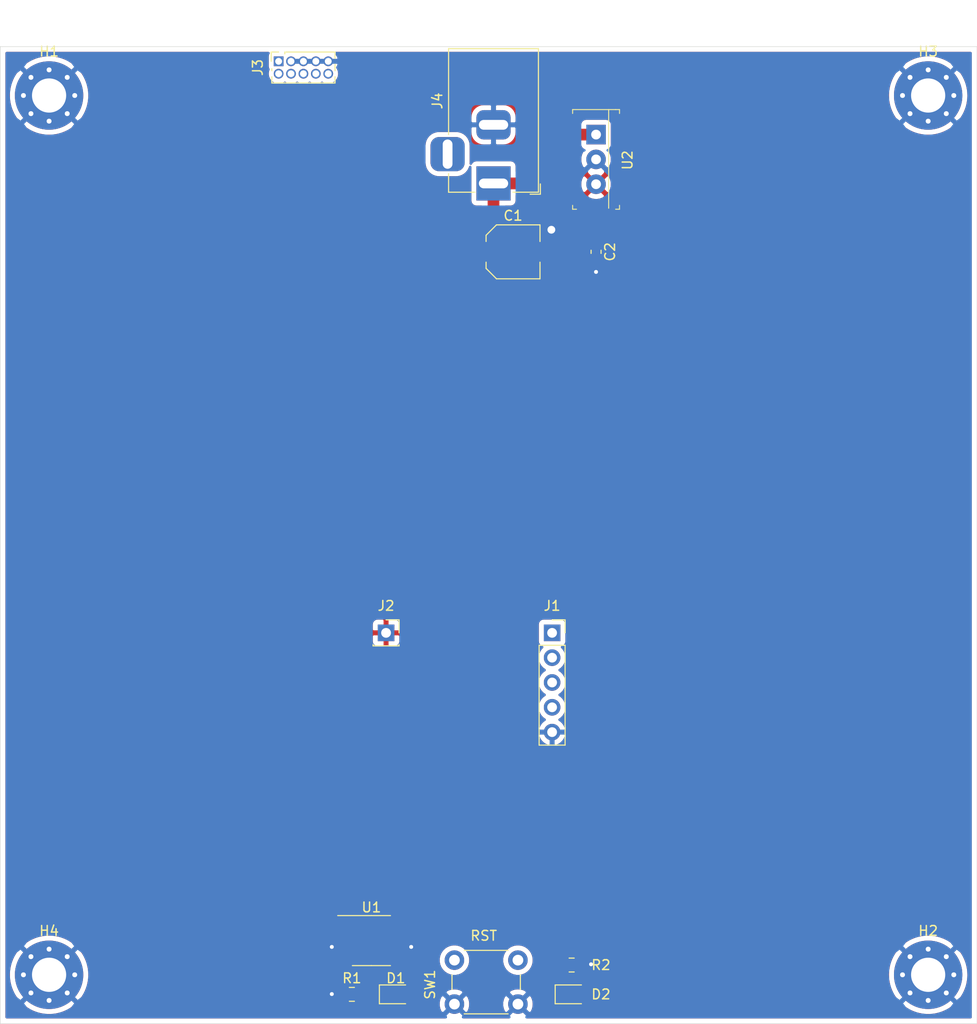
<source format=kicad_pcb>
(kicad_pcb (version 20171130) (host pcbnew "(5.1.5-0-10_14)")

  (general
    (thickness 1.6)
    (drawings 13)
    (tracks 36)
    (zones 0)
    (modules 17)
    (nets 11)
  )

  (page A4)
  (layers
    (0 F.Cu signal)
    (31 B.Cu signal)
    (32 B.Adhes user)
    (33 F.Adhes user)
    (34 B.Paste user)
    (35 F.Paste user)
    (36 B.SilkS user)
    (37 F.SilkS user)
    (38 B.Mask user)
    (39 F.Mask user)
    (40 Dwgs.User user)
    (41 Cmts.User user)
    (42 Eco1.User user)
    (43 Eco2.User user)
    (44 Edge.Cuts user)
    (45 Margin user)
    (46 B.CrtYd user)
    (47 F.CrtYd user)
    (48 B.Fab user)
    (49 F.Fab user)
  )

  (setup
    (last_trace_width 0.25)
    (user_trace_width 1.2)
    (trace_clearance 0.2)
    (zone_clearance 0.508)
    (zone_45_only no)
    (trace_min 0.2)
    (via_size 0.8)
    (via_drill 0.4)
    (via_min_size 0.4)
    (via_min_drill 0.3)
    (uvia_size 0.3)
    (uvia_drill 0.1)
    (uvias_allowed no)
    (uvia_min_size 0.2)
    (uvia_min_drill 0.1)
    (edge_width 0.05)
    (segment_width 0.2)
    (pcb_text_width 0.3)
    (pcb_text_size 1.5 1.5)
    (mod_edge_width 0.12)
    (mod_text_size 1 1)
    (mod_text_width 0.15)
    (pad_size 1.524 1.524)
    (pad_drill 0.762)
    (pad_to_mask_clearance 0.051)
    (solder_mask_min_width 0.25)
    (aux_axis_origin 0 0)
    (visible_elements FFFFFF7F)
    (pcbplotparams
      (layerselection 0x010fc_ffffffff)
      (usegerberextensions false)
      (usegerberattributes false)
      (usegerberadvancedattributes false)
      (creategerberjobfile false)
      (excludeedgelayer true)
      (linewidth 0.100000)
      (plotframeref false)
      (viasonmask false)
      (mode 1)
      (useauxorigin false)
      (hpglpennumber 1)
      (hpglpenspeed 20)
      (hpglpendiameter 15.000000)
      (psnegative false)
      (psa4output false)
      (plotreference true)
      (plotvalue true)
      (plotinvisibletext false)
      (padsonsilk false)
      (subtractmaskfromsilk false)
      (outputformat 1)
      (mirror false)
      (drillshape 1)
      (scaleselection 1)
      (outputdirectory ""))
  )

  (net 0 "")
  (net 1 GND)
  (net 2 +12V)
  (net 3 +5V)
  (net 4 "Net-(D1-Pad1)")
  (net 5 RST)
  (net 6 "Net-(D1-Pad2)")
  (net 7 +3V3)
  (net 8 "Net-(D2-Pad1)")
  (net 9 SWDIO)
  (net 10 SWCLK)

  (net_class Default "This is the default net class."
    (clearance 0.2)
    (trace_width 0.25)
    (via_dia 0.8)
    (via_drill 0.4)
    (uvia_dia 0.3)
    (uvia_drill 0.1)
    (add_net +12V)
    (add_net +3V3)
    (add_net +5V)
    (add_net GND)
    (add_net "Net-(D1-Pad1)")
    (add_net "Net-(D1-Pad2)")
    (add_net "Net-(D2-Pad1)")
    (add_net "Net-(J3-Pad6)")
    (add_net "Net-(J3-Pad8)")
    (add_net "Net-(U1-Pad1)")
    (add_net RST)
    (add_net SWCLK)
    (add_net SWDIO)
  )

  (module Resistor_SMD:R_0805_2012Metric (layer F.Cu) (tedit 5B36C52B) (tstamp 5EB6A875)
    (at 156 154 180)
    (descr "Resistor SMD 0805 (2012 Metric), square (rectangular) end terminal, IPC_7351 nominal, (Body size source: https://docs.google.com/spreadsheets/d/1BsfQQcO9C6DZCsRaXUlFlo91Tg2WpOkGARC1WS5S8t0/edit?usp=sharing), generated with kicad-footprint-generator")
    (tags resistor)
    (path /5EBDE7DC)
    (attr smd)
    (fp_text reference R2 (at -3 0) (layer F.SilkS)
      (effects (font (size 1 1) (thickness 0.15)))
    )
    (fp_text value 220 (at 0 1.65) (layer F.Fab) hide
      (effects (font (size 1 1) (thickness 0.15)))
    )
    (fp_text user %R (at 0 0) (layer F.Fab) hide
      (effects (font (size 0.5 0.5) (thickness 0.08)))
    )
    (fp_line (start 1.68 0.95) (end -1.68 0.95) (layer F.CrtYd) (width 0.05))
    (fp_line (start 1.68 -0.95) (end 1.68 0.95) (layer F.CrtYd) (width 0.05))
    (fp_line (start -1.68 -0.95) (end 1.68 -0.95) (layer F.CrtYd) (width 0.05))
    (fp_line (start -1.68 0.95) (end -1.68 -0.95) (layer F.CrtYd) (width 0.05))
    (fp_line (start -0.258578 0.71) (end 0.258578 0.71) (layer F.SilkS) (width 0.12))
    (fp_line (start -0.258578 -0.71) (end 0.258578 -0.71) (layer F.SilkS) (width 0.12))
    (fp_line (start 1 0.6) (end -1 0.6) (layer F.Fab) (width 0.1))
    (fp_line (start 1 -0.6) (end 1 0.6) (layer F.Fab) (width 0.1))
    (fp_line (start -1 -0.6) (end 1 -0.6) (layer F.Fab) (width 0.1))
    (fp_line (start -1 0.6) (end -1 -0.6) (layer F.Fab) (width 0.1))
    (pad 2 smd roundrect (at 0.9375 0 180) (size 0.975 1.4) (layers F.Cu F.Paste F.Mask) (roundrect_rratio 0.25)
      (net 8 "Net-(D2-Pad1)"))
    (pad 1 smd roundrect (at -0.9375 0 180) (size 0.975 1.4) (layers F.Cu F.Paste F.Mask) (roundrect_rratio 0.25)
      (net 1 GND))
    (model ${KISYS3DMOD}/Resistor_SMD.3dshapes/R_0805_2012Metric.wrl
      (at (xyz 0 0 0))
      (scale (xyz 1 1 1))
      (rotate (xyz 0 0 0))
    )
  )

  (module Connector_BarrelJack:BarrelJack_Horizontal (layer F.Cu) (tedit 5A1DBF6A) (tstamp 5EB683E7)
    (at 148 74 270)
    (descr "DC Barrel Jack")
    (tags "Power Jack")
    (path /5EBE21BA)
    (fp_text reference J4 (at -8.45 5.75 90) (layer F.SilkS)
      (effects (font (size 1 1) (thickness 0.15)))
    )
    (fp_text value Jack-DC (at -6.2 -5.5 90) (layer F.Fab)
      (effects (font (size 1 1) (thickness 0.15)))
    )
    (fp_line (start 0 -4.5) (end -13.7 -4.5) (layer F.Fab) (width 0.1))
    (fp_line (start 0.8 4.5) (end 0.8 -3.75) (layer F.Fab) (width 0.1))
    (fp_line (start -13.7 4.5) (end 0.8 4.5) (layer F.Fab) (width 0.1))
    (fp_line (start -13.7 -4.5) (end -13.7 4.5) (layer F.Fab) (width 0.1))
    (fp_line (start -10.2 -4.5) (end -10.2 4.5) (layer F.Fab) (width 0.1))
    (fp_line (start 0.9 -4.6) (end 0.9 -2) (layer F.SilkS) (width 0.12))
    (fp_line (start -13.8 -4.6) (end 0.9 -4.6) (layer F.SilkS) (width 0.12))
    (fp_line (start 0.9 4.6) (end -1 4.6) (layer F.SilkS) (width 0.12))
    (fp_line (start 0.9 1.9) (end 0.9 4.6) (layer F.SilkS) (width 0.12))
    (fp_line (start -13.8 4.6) (end -13.8 -4.6) (layer F.SilkS) (width 0.12))
    (fp_line (start -5 4.6) (end -13.8 4.6) (layer F.SilkS) (width 0.12))
    (fp_line (start -14 4.75) (end -14 -4.75) (layer F.CrtYd) (width 0.05))
    (fp_line (start -5 4.75) (end -14 4.75) (layer F.CrtYd) (width 0.05))
    (fp_line (start -5 6.75) (end -5 4.75) (layer F.CrtYd) (width 0.05))
    (fp_line (start -1 6.75) (end -5 6.75) (layer F.CrtYd) (width 0.05))
    (fp_line (start -1 4.75) (end -1 6.75) (layer F.CrtYd) (width 0.05))
    (fp_line (start 1 4.75) (end -1 4.75) (layer F.CrtYd) (width 0.05))
    (fp_line (start 1 2) (end 1 4.75) (layer F.CrtYd) (width 0.05))
    (fp_line (start 2 2) (end 1 2) (layer F.CrtYd) (width 0.05))
    (fp_line (start 2 -2) (end 2 2) (layer F.CrtYd) (width 0.05))
    (fp_line (start 1 -2) (end 2 -2) (layer F.CrtYd) (width 0.05))
    (fp_line (start 1 -4.5) (end 1 -2) (layer F.CrtYd) (width 0.05))
    (fp_line (start 1 -4.75) (end -14 -4.75) (layer F.CrtYd) (width 0.05))
    (fp_line (start 1 -4.5) (end 1 -4.75) (layer F.CrtYd) (width 0.05))
    (fp_line (start 0.05 -4.8) (end 1.1 -4.8) (layer F.SilkS) (width 0.12))
    (fp_line (start 1.1 -3.75) (end 1.1 -4.8) (layer F.SilkS) (width 0.12))
    (fp_line (start -0.003213 -4.505425) (end 0.8 -3.75) (layer F.Fab) (width 0.1))
    (fp_text user %R (at -3 -2.95 90) (layer F.Fab)
      (effects (font (size 1 1) (thickness 0.15)))
    )
    (pad 3 thru_hole roundrect (at -3 4.7 270) (size 3.5 3.5) (drill oval 3 1) (layers *.Cu *.Mask) (roundrect_rratio 0.25))
    (pad 2 thru_hole roundrect (at -6 0 270) (size 3 3.5) (drill oval 1 3) (layers *.Cu *.Mask) (roundrect_rratio 0.25)
      (net 1 GND))
    (pad 1 thru_hole rect (at 0 0 270) (size 3.5 3.5) (drill oval 1 3) (layers *.Cu *.Mask)
      (net 2 +12V))
    (model ${KISYS3DMOD}/Connector_BarrelJack.3dshapes/BarrelJack_Horizontal.wrl
      (at (xyz 0 0 0))
      (scale (xyz 1 1 1))
      (rotate (xyz 0 0 0))
    )
  )

  (module LED_SMD:LED_0805_2012Metric (layer F.Cu) (tedit 5B36C52C) (tstamp 5EB6A5AD)
    (at 156 157)
    (descr "LED SMD 0805 (2012 Metric), square (rectangular) end terminal, IPC_7351 nominal, (Body size source: https://docs.google.com/spreadsheets/d/1BsfQQcO9C6DZCsRaXUlFlo91Tg2WpOkGARC1WS5S8t0/edit?usp=sharing), generated with kicad-footprint-generator")
    (tags diode)
    (path /5EBDE7D5)
    (attr smd)
    (fp_text reference D2 (at 3 0) (layer F.SilkS)
      (effects (font (size 1 1) (thickness 0.15)))
    )
    (fp_text value LED (at 0 1.65) (layer F.Fab) hide
      (effects (font (size 1 1) (thickness 0.15)))
    )
    (fp_text user %R (at 0 0) (layer F.Fab) hide
      (effects (font (size 0.5 0.5) (thickness 0.08)))
    )
    (fp_line (start 1.68 0.95) (end -1.68 0.95) (layer F.CrtYd) (width 0.05))
    (fp_line (start 1.68 -0.95) (end 1.68 0.95) (layer F.CrtYd) (width 0.05))
    (fp_line (start -1.68 -0.95) (end 1.68 -0.95) (layer F.CrtYd) (width 0.05))
    (fp_line (start -1.68 0.95) (end -1.68 -0.95) (layer F.CrtYd) (width 0.05))
    (fp_line (start -1.685 0.96) (end 1 0.96) (layer F.SilkS) (width 0.12))
    (fp_line (start -1.685 -0.96) (end -1.685 0.96) (layer F.SilkS) (width 0.12))
    (fp_line (start 1 -0.96) (end -1.685 -0.96) (layer F.SilkS) (width 0.12))
    (fp_line (start 1 0.6) (end 1 -0.6) (layer F.Fab) (width 0.1))
    (fp_line (start -1 0.6) (end 1 0.6) (layer F.Fab) (width 0.1))
    (fp_line (start -1 -0.3) (end -1 0.6) (layer F.Fab) (width 0.1))
    (fp_line (start -0.7 -0.6) (end -1 -0.3) (layer F.Fab) (width 0.1))
    (fp_line (start 1 -0.6) (end -0.7 -0.6) (layer F.Fab) (width 0.1))
    (pad 2 smd roundrect (at 0.9375 0) (size 0.975 1.4) (layers F.Cu F.Paste F.Mask) (roundrect_rratio 0.25)
      (net 3 +5V))
    (pad 1 smd roundrect (at -0.9375 0) (size 0.975 1.4) (layers F.Cu F.Paste F.Mask) (roundrect_rratio 0.25)
      (net 8 "Net-(D2-Pad1)"))
    (model ${KISYS3DMOD}/LED_SMD.3dshapes/LED_0805_2012Metric.wrl
      (at (xyz 0 0 0))
      (scale (xyz 1 1 1))
      (rotate (xyz 0 0 0))
    )
  )

  (module Connector_PinSocket_2.54mm:PinSocket_1x01_P2.54mm_Vertical (layer F.Cu) (tedit 5A19A434) (tstamp 5EB675B0)
    (at 137 120)
    (descr "Through hole straight socket strip, 1x01, 2.54mm pitch, single row (from Kicad 4.0.7), script generated")
    (tags "Through hole socket strip THT 1x01 2.54mm single row")
    (path /5EB92E80)
    (fp_text reference J2 (at 0 -2.77) (layer F.SilkS)
      (effects (font (size 1 1) (thickness 0.15)))
    )
    (fp_text value Power_TP (at 0 2.77) (layer F.Fab) hide
      (effects (font (size 1 1) (thickness 0.15)))
    )
    (fp_text user %R (at 0 0) (layer F.Fab) hide
      (effects (font (size 1 1) (thickness 0.15)))
    )
    (fp_line (start -1.8 1.75) (end -1.8 -1.8) (layer F.CrtYd) (width 0.05))
    (fp_line (start 1.75 1.75) (end -1.8 1.75) (layer F.CrtYd) (width 0.05))
    (fp_line (start 1.75 -1.8) (end 1.75 1.75) (layer F.CrtYd) (width 0.05))
    (fp_line (start -1.8 -1.8) (end 1.75 -1.8) (layer F.CrtYd) (width 0.05))
    (fp_line (start 0 -1.33) (end 1.33 -1.33) (layer F.SilkS) (width 0.12))
    (fp_line (start 1.33 -1.33) (end 1.33 0) (layer F.SilkS) (width 0.12))
    (fp_line (start 1.33 1.21) (end 1.33 1.33) (layer F.SilkS) (width 0.12))
    (fp_line (start -1.33 1.21) (end -1.33 1.33) (layer F.SilkS) (width 0.12))
    (fp_line (start -1.33 1.33) (end 1.33 1.33) (layer F.SilkS) (width 0.12))
    (fp_line (start -1.27 1.27) (end -1.27 -1.27) (layer F.Fab) (width 0.1))
    (fp_line (start 1.27 1.27) (end -1.27 1.27) (layer F.Fab) (width 0.1))
    (fp_line (start 1.27 -0.635) (end 1.27 1.27) (layer F.Fab) (width 0.1))
    (fp_line (start 0.635 -1.27) (end 1.27 -0.635) (layer F.Fab) (width 0.1))
    (fp_line (start -1.27 -1.27) (end 0.635 -1.27) (layer F.Fab) (width 0.1))
    (pad 1 thru_hole rect (at 0 0) (size 1.7 1.7) (drill 1) (layers *.Cu *.Mask)
      (net 3 +5V))
    (model ${KISYS3DMOD}/Connector_PinSocket_2.54mm.3dshapes/PinSocket_1x01_P2.54mm_Vertical.wrl
      (at (xyz 0 0 0))
      (scale (xyz 1 1 1))
      (rotate (xyz 0 0 0))
    )
  )

  (module Connector_PinSocket_2.54mm:PinSocket_1x05_P2.54mm_Vertical (layer F.Cu) (tedit 5A19A420) (tstamp 5EB66D23)
    (at 154 120)
    (descr "Through hole straight socket strip, 1x05, 2.54mm pitch, single row (from Kicad 4.0.7), script generated")
    (tags "Through hole socket strip THT 1x05 2.54mm single row")
    (path /5EB8EC61)
    (fp_text reference J1 (at 0 -2.77) (layer F.SilkS)
      (effects (font (size 1 1) (thickness 0.15)))
    )
    (fp_text value Pogo_Pin_Conn (at 0 12.93) (layer F.Fab) hide
      (effects (font (size 1 1) (thickness 0.15)))
    )
    (fp_text user %R (at 0 5.08 90) (layer F.Fab) hide
      (effects (font (size 1 1) (thickness 0.15)))
    )
    (fp_line (start -1.8 11.9) (end -1.8 -1.8) (layer F.CrtYd) (width 0.05))
    (fp_line (start 1.75 11.9) (end -1.8 11.9) (layer F.CrtYd) (width 0.05))
    (fp_line (start 1.75 -1.8) (end 1.75 11.9) (layer F.CrtYd) (width 0.05))
    (fp_line (start -1.8 -1.8) (end 1.75 -1.8) (layer F.CrtYd) (width 0.05))
    (fp_line (start 0 -1.33) (end 1.33 -1.33) (layer F.SilkS) (width 0.12))
    (fp_line (start 1.33 -1.33) (end 1.33 0) (layer F.SilkS) (width 0.12))
    (fp_line (start 1.33 1.27) (end 1.33 11.49) (layer F.SilkS) (width 0.12))
    (fp_line (start -1.33 11.49) (end 1.33 11.49) (layer F.SilkS) (width 0.12))
    (fp_line (start -1.33 1.27) (end -1.33 11.49) (layer F.SilkS) (width 0.12))
    (fp_line (start -1.33 1.27) (end 1.33 1.27) (layer F.SilkS) (width 0.12))
    (fp_line (start -1.27 11.43) (end -1.27 -1.27) (layer F.Fab) (width 0.1))
    (fp_line (start 1.27 11.43) (end -1.27 11.43) (layer F.Fab) (width 0.1))
    (fp_line (start 1.27 -0.635) (end 1.27 11.43) (layer F.Fab) (width 0.1))
    (fp_line (start 0.635 -1.27) (end 1.27 -0.635) (layer F.Fab) (width 0.1))
    (fp_line (start -1.27 -1.27) (end 0.635 -1.27) (layer F.Fab) (width 0.1))
    (pad 5 thru_hole oval (at 0 10.16) (size 1.7 1.7) (drill 1) (layers *.Cu *.Mask)
      (net 1 GND))
    (pad 4 thru_hole oval (at 0 7.62) (size 1.7 1.7) (drill 1) (layers *.Cu *.Mask)
      (net 9 SWDIO))
    (pad 3 thru_hole oval (at 0 5.08) (size 1.7 1.7) (drill 1) (layers *.Cu *.Mask)
      (net 5 RST))
    (pad 2 thru_hole oval (at 0 2.54) (size 1.7 1.7) (drill 1) (layers *.Cu *.Mask)
      (net 10 SWCLK))
    (pad 1 thru_hole rect (at 0 0) (size 1.7 1.7) (drill 1) (layers *.Cu *.Mask)
      (net 7 +3V3))
    (model ${KISYS3DMOD}/Connector_PinSocket_2.54mm.3dshapes/PinSocket_1x05_P2.54mm_Vertical.wrl
      (at (xyz 0 0 0))
      (scale (xyz 1 1 1))
      (rotate (xyz 0 0 0))
    )
  )

  (module Package_SO:SOP-8_3.9x4.9mm_P1.27mm (layer F.Cu) (tedit 5D9F72B1) (tstamp 5EB69675)
    (at 135.5 151.5)
    (descr "SOP, 8 Pin (http://www.macronix.com/Lists/Datasheet/Attachments/7534/MX25R3235F,%20Wide%20Range,%2032Mb,%20v1.6.pdf#page=79), generated with kicad-footprint-generator ipc_gullwing_generator.py")
    (tags "SOP SO")
    (path /5EB83165)
    (attr smd)
    (fp_text reference U1 (at 0 -3.4) (layer F.SilkS)
      (effects (font (size 1 1) (thickness 0.15)))
    )
    (fp_text value LM2904 (at 0 3.4) (layer F.Fab) hide
      (effects (font (size 1 1) (thickness 0.15)))
    )
    (fp_text user %R (at 0 0) (layer F.Fab) hide
      (effects (font (size 0.98 0.98) (thickness 0.15)))
    )
    (fp_line (start 3.7 -2.7) (end -3.7 -2.7) (layer F.CrtYd) (width 0.05))
    (fp_line (start 3.7 2.7) (end 3.7 -2.7) (layer F.CrtYd) (width 0.05))
    (fp_line (start -3.7 2.7) (end 3.7 2.7) (layer F.CrtYd) (width 0.05))
    (fp_line (start -3.7 -2.7) (end -3.7 2.7) (layer F.CrtYd) (width 0.05))
    (fp_line (start -1.95 -1.475) (end -0.975 -2.45) (layer F.Fab) (width 0.1))
    (fp_line (start -1.95 2.45) (end -1.95 -1.475) (layer F.Fab) (width 0.1))
    (fp_line (start 1.95 2.45) (end -1.95 2.45) (layer F.Fab) (width 0.1))
    (fp_line (start 1.95 -2.45) (end 1.95 2.45) (layer F.Fab) (width 0.1))
    (fp_line (start -0.975 -2.45) (end 1.95 -2.45) (layer F.Fab) (width 0.1))
    (fp_line (start 0 -2.56) (end -3.45 -2.56) (layer F.SilkS) (width 0.12))
    (fp_line (start 0 -2.56) (end 1.95 -2.56) (layer F.SilkS) (width 0.12))
    (fp_line (start 0 2.56) (end -1.95 2.56) (layer F.SilkS) (width 0.12))
    (fp_line (start 0 2.56) (end 1.95 2.56) (layer F.SilkS) (width 0.12))
    (pad 8 smd roundrect (at 2.625 -1.905) (size 1.65 0.6) (layers F.Cu F.Paste F.Mask) (roundrect_rratio 0.25)
      (net 3 +5V))
    (pad 7 smd roundrect (at 2.625 -0.635) (size 1.65 0.6) (layers F.Cu F.Paste F.Mask) (roundrect_rratio 0.25)
      (net 6 "Net-(D1-Pad2)"))
    (pad 6 smd roundrect (at 2.625 0.635) (size 1.65 0.6) (layers F.Cu F.Paste F.Mask) (roundrect_rratio 0.25)
      (net 1 GND))
    (pad 5 smd roundrect (at 2.625 1.905) (size 1.65 0.6) (layers F.Cu F.Paste F.Mask) (roundrect_rratio 0.25)
      (net 7 +3V3))
    (pad 4 smd roundrect (at -2.625 1.905) (size 1.65 0.6) (layers F.Cu F.Paste F.Mask) (roundrect_rratio 0.25)
      (net 1 GND))
    (pad 3 smd roundrect (at -2.625 0.635) (size 1.65 0.6) (layers F.Cu F.Paste F.Mask) (roundrect_rratio 0.25)
      (net 1 GND))
    (pad 2 smd roundrect (at -2.625 -0.635) (size 1.65 0.6) (layers F.Cu F.Paste F.Mask) (roundrect_rratio 0.25)
      (net 1 GND))
    (pad 1 smd roundrect (at -2.625 -1.905) (size 1.65 0.6) (layers F.Cu F.Paste F.Mask) (roundrect_rratio 0.25))
    (model ${KISYS3DMOD}/Package_SO.3dshapes/SOP-8_3.9x4.9mm_P1.27mm.wrl
      (at (xyz 0 0 0))
      (scale (xyz 1 1 1))
      (rotate (xyz 0 0 0))
    )
  )

  (module digikey-footprints:TO-220-3 (layer F.Cu) (tedit 5AFA02CB) (tstamp 5EB6949D)
    (at 158.5 69 270)
    (descr http://www.st.com/content/ccc/resource/technical/document/datasheet/f9/ed/f5/44/26/b9/43/a4/CD00000911.pdf/files/CD00000911.pdf/jcr:content/translations/en.CD00000911.pdf)
    (path /5EBA737E)
    (fp_text reference U2 (at 2.62 -3.22 90) (layer F.SilkS)
      (effects (font (size 1 1) (thickness 0.15)))
    )
    (fp_text value L7805CV (at 2.27 3.63 90) (layer F.Fab)
      (effects (font (size 1 1) (thickness 0.15)))
    )
    (fp_line (start -2.46 2.25) (end 7.54 2.25) (layer F.Fab) (width 0.1))
    (fp_line (start -2.46 -2.25) (end 7.54 -2.25) (layer F.Fab) (width 0.1))
    (fp_line (start -2.46 -2.25) (end -2.46 2.25) (layer F.Fab) (width 0.1))
    (fp_line (start 7.54 2.25) (end 7.54 -2.25) (layer F.Fab) (width 0.1))
    (fp_text user %R (at 2.52 -0.01 90) (layer F.Fab)
      (effects (font (size 1 1) (thickness 0.15)))
    )
    (fp_line (start 7.64 -2.4) (end 7.64 -2) (layer F.SilkS) (width 0.1))
    (fp_line (start 7.24 -2.4) (end 7.64 -2.4) (layer F.SilkS) (width 0.1))
    (fp_line (start -2.56 -2.4) (end -2.16 -2.4) (layer F.SilkS) (width 0.1))
    (fp_line (start -2.56 -2.4) (end -2.56 -2) (layer F.SilkS) (width 0.1))
    (fp_line (start -2.56 2.4) (end -2.16 2.4) (layer F.SilkS) (width 0.1))
    (fp_line (start -2.56 2.4) (end -2.56 -2) (layer F.SilkS) (width 0.1))
    (fp_line (start 7.64 2.4) (end 7.24 2.4) (layer F.SilkS) (width 0.1))
    (fp_line (start 7.64 2.4) (end 7.64 2) (layer F.SilkS) (width 0.1))
    (fp_line (start 7.79 -2.5) (end 7.79 2.5) (layer F.CrtYd) (width 0.05))
    (fp_line (start -2.71 -2.5) (end -2.71 2.5) (layer F.CrtYd) (width 0.05))
    (fp_line (start -2.71 -2.5) (end 7.79 -2.5) (layer F.CrtYd) (width 0.05))
    (fp_line (start -2.71 2.5) (end 7.79 2.5) (layer F.CrtYd) (width 0.05))
    (fp_line (start -2.45 -1.3) (end 7.54 -1.3) (layer F.Fab) (width 0.1))
    (fp_line (start -2.56 -1.29) (end 7.54 -1.29) (layer F.SilkS) (width 0.1))
    (pad 3 thru_hole circle (at 5.08 0 270) (size 2 2) (drill 1) (layers *.Cu *.Mask)
      (net 3 +5V))
    (pad 2 thru_hole circle (at 2.54 0 270) (size 2 2) (drill 1) (layers *.Cu *.Mask)
      (net 1 GND))
    (pad 1 thru_hole rect (at 0 0 270) (size 2 2) (drill 1) (layers *.Cu *.Mask)
      (net 2 +12V))
  )

  (module Button_Switch_THT:SW_PUSH_6mm_H5mm (layer F.Cu) (tedit 5A02FE31) (tstamp 5EB697E5)
    (at 144 153.5)
    (descr "tactile push button, 6x6mm e.g. PHAP33xx series, height=5mm")
    (tags "tact sw push 6mm")
    (path /5EBC5A89)
    (fp_text reference SW1 (at -2.5 2.5 90) (layer F.SilkS)
      (effects (font (size 1 1) (thickness 0.15)))
    )
    (fp_text value RST (at 3 -2.5 180) (layer F.SilkS)
      (effects (font (size 1 1) (thickness 0.15)))
    )
    (fp_circle (center 3.25 2.25) (end 1.25 2.5) (layer F.Fab) (width 0.1))
    (fp_line (start 6.75 3) (end 6.75 1.5) (layer F.SilkS) (width 0.12))
    (fp_line (start 5.5 -1) (end 1 -1) (layer F.SilkS) (width 0.12))
    (fp_line (start -0.25 1.5) (end -0.25 3) (layer F.SilkS) (width 0.12))
    (fp_line (start 1 5.5) (end 5.5 5.5) (layer F.SilkS) (width 0.12))
    (fp_line (start 8 -1.25) (end 8 5.75) (layer F.CrtYd) (width 0.05))
    (fp_line (start 7.75 6) (end -1.25 6) (layer F.CrtYd) (width 0.05))
    (fp_line (start -1.5 5.75) (end -1.5 -1.25) (layer F.CrtYd) (width 0.05))
    (fp_line (start -1.25 -1.5) (end 7.75 -1.5) (layer F.CrtYd) (width 0.05))
    (fp_line (start -1.5 6) (end -1.25 6) (layer F.CrtYd) (width 0.05))
    (fp_line (start -1.5 5.75) (end -1.5 6) (layer F.CrtYd) (width 0.05))
    (fp_line (start -1.5 -1.5) (end -1.25 -1.5) (layer F.CrtYd) (width 0.05))
    (fp_line (start -1.5 -1.25) (end -1.5 -1.5) (layer F.CrtYd) (width 0.05))
    (fp_line (start 8 -1.5) (end 8 -1.25) (layer F.CrtYd) (width 0.05))
    (fp_line (start 7.75 -1.5) (end 8 -1.5) (layer F.CrtYd) (width 0.05))
    (fp_line (start 8 6) (end 8 5.75) (layer F.CrtYd) (width 0.05))
    (fp_line (start 7.75 6) (end 8 6) (layer F.CrtYd) (width 0.05))
    (fp_line (start 0.25 -0.75) (end 3.25 -0.75) (layer F.Fab) (width 0.1))
    (fp_line (start 0.25 5.25) (end 0.25 -0.75) (layer F.Fab) (width 0.1))
    (fp_line (start 6.25 5.25) (end 0.25 5.25) (layer F.Fab) (width 0.1))
    (fp_line (start 6.25 -0.75) (end 6.25 5.25) (layer F.Fab) (width 0.1))
    (fp_line (start 3.25 -0.75) (end 6.25 -0.75) (layer F.Fab) (width 0.1))
    (fp_text user %R (at 3.25 2.25) (layer F.Fab)
      (effects (font (size 1 1) (thickness 0.15)))
    )
    (pad 1 thru_hole circle (at 6.5 0 90) (size 2 2) (drill 1.1) (layers *.Cu *.Mask)
      (net 5 RST))
    (pad 2 thru_hole circle (at 6.5 4.5 90) (size 2 2) (drill 1.1) (layers *.Cu *.Mask)
      (net 1 GND))
    (pad 1 thru_hole circle (at 0 0 90) (size 2 2) (drill 1.1) (layers *.Cu *.Mask)
      (net 5 RST))
    (pad 2 thru_hole circle (at 0 4.5 90) (size 2 2) (drill 1.1) (layers *.Cu *.Mask)
      (net 1 GND))
    (model ${KISYS3DMOD}/Button_Switch_THT.3dshapes/SW_PUSH_6mm_H5mm.wrl
      (at (xyz 0 0 0))
      (scale (xyz 1 1 1))
      (rotate (xyz 0 0 0))
    )
  )

  (module Resistor_SMD:R_0805_2012Metric (layer F.Cu) (tedit 5B36C52B) (tstamp 5EB65C04)
    (at 133.5 157)
    (descr "Resistor SMD 0805 (2012 Metric), square (rectangular) end terminal, IPC_7351 nominal, (Body size source: https://docs.google.com/spreadsheets/d/1BsfQQcO9C6DZCsRaXUlFlo91Tg2WpOkGARC1WS5S8t0/edit?usp=sharing), generated with kicad-footprint-generator")
    (tags resistor)
    (path /5EB9B8F5)
    (attr smd)
    (fp_text reference R1 (at 0 -1.65) (layer F.SilkS)
      (effects (font (size 1 1) (thickness 0.15)))
    )
    (fp_text value 220 (at 0 1.65) (layer F.Fab) hide
      (effects (font (size 1 1) (thickness 0.15)))
    )
    (fp_text user %R (at 5.0625 3) (layer F.Fab) hide
      (effects (font (size 0.5 0.5) (thickness 0.08)))
    )
    (fp_line (start 1.68 0.95) (end -1.68 0.95) (layer F.CrtYd) (width 0.05))
    (fp_line (start 1.68 -0.95) (end 1.68 0.95) (layer F.CrtYd) (width 0.05))
    (fp_line (start -1.68 -0.95) (end 1.68 -0.95) (layer F.CrtYd) (width 0.05))
    (fp_line (start -1.68 0.95) (end -1.68 -0.95) (layer F.CrtYd) (width 0.05))
    (fp_line (start -0.258578 0.71) (end 0.258578 0.71) (layer F.SilkS) (width 0.12))
    (fp_line (start -0.258578 -0.71) (end 0.258578 -0.71) (layer F.SilkS) (width 0.12))
    (fp_line (start 1 0.6) (end -1 0.6) (layer F.Fab) (width 0.1))
    (fp_line (start 1 -0.6) (end 1 0.6) (layer F.Fab) (width 0.1))
    (fp_line (start -1 -0.6) (end 1 -0.6) (layer F.Fab) (width 0.1))
    (fp_line (start -1 0.6) (end -1 -0.6) (layer F.Fab) (width 0.1))
    (pad 2 smd roundrect (at 0.9375 0) (size 0.975 1.4) (layers F.Cu F.Paste F.Mask) (roundrect_rratio 0.25)
      (net 4 "Net-(D1-Pad1)"))
    (pad 1 smd roundrect (at -0.9375 0) (size 0.975 1.4) (layers F.Cu F.Paste F.Mask) (roundrect_rratio 0.25)
      (net 1 GND))
    (model ${KISYS3DMOD}/Resistor_SMD.3dshapes/R_0805_2012Metric.wrl
      (at (xyz 0 0 0))
      (scale (xyz 1 1 1))
      (rotate (xyz 0 0 0))
    )
  )

  (module Connector_PinSocket_1.27mm:PinSocket_2x05_P1.27mm_Vertical (layer F.Cu) (tedit 5A19A420) (tstamp 5EB6A3AF)
    (at 126 61.5 90)
    (descr "Through hole straight socket strip, 2x05, 1.27mm pitch, double cols (from Kicad 4.0.7), script generated")
    (tags "Through hole socket strip THT 2x05 1.27mm double row")
    (path /5EB9F754)
    (fp_text reference J3 (at -0.635 -2.135 90) (layer F.SilkS)
      (effects (font (size 1 1) (thickness 0.15)))
    )
    (fp_text value Programmer_Conn (at -0.635 7.215 90) (layer F.Fab)
      (effects (font (size 1 1) (thickness 0.15)))
    )
    (fp_text user %R (at -0.635 2.54) (layer F.Fab)
      (effects (font (size 1 1) (thickness 0.15)))
    )
    (fp_line (start -2.67 6.2) (end -2.67 -1.15) (layer F.CrtYd) (width 0.05))
    (fp_line (start 1.38 6.2) (end -2.67 6.2) (layer F.CrtYd) (width 0.05))
    (fp_line (start 1.38 -1.15) (end 1.38 6.2) (layer F.CrtYd) (width 0.05))
    (fp_line (start -2.67 -1.15) (end 1.38 -1.15) (layer F.CrtYd) (width 0.05))
    (fp_line (start 0 -0.76) (end 0.95 -0.76) (layer F.SilkS) (width 0.12))
    (fp_line (start 0.95 -0.76) (end 0.95 0) (layer F.SilkS) (width 0.12))
    (fp_line (start 0.76 0.635) (end 0.95 0.635) (layer F.SilkS) (width 0.12))
    (fp_line (start 0.95 0.635) (end 0.95 5.775) (layer F.SilkS) (width 0.12))
    (fp_line (start -0.96247 5.775) (end -0.30753 5.775) (layer F.SilkS) (width 0.12))
    (fp_line (start -2.22 5.775) (end -1.57753 5.775) (layer F.SilkS) (width 0.12))
    (fp_line (start 0.30753 5.775) (end 0.95 5.775) (layer F.SilkS) (width 0.12))
    (fp_line (start -2.22 -0.695) (end -2.22 5.775) (layer F.SilkS) (width 0.12))
    (fp_line (start -0.96247 -0.695) (end -0.76 -0.695) (layer F.SilkS) (width 0.12))
    (fp_line (start -2.22 -0.695) (end -1.57753 -0.695) (layer F.SilkS) (width 0.12))
    (fp_line (start -2.16 5.715) (end -2.16 -0.635) (layer F.Fab) (width 0.1))
    (fp_line (start 0.89 5.715) (end -2.16 5.715) (layer F.Fab) (width 0.1))
    (fp_line (start 0.89 0.1275) (end 0.89 5.715) (layer F.Fab) (width 0.1))
    (fp_line (start 0.1275 -0.635) (end 0.89 0.1275) (layer F.Fab) (width 0.1))
    (fp_line (start -2.16 -0.635) (end 0.1275 -0.635) (layer F.Fab) (width 0.1))
    (pad 10 thru_hole oval (at -1.27 5.08 90) (size 1 1) (drill 0.7) (layers *.Cu *.Mask)
      (net 5 RST))
    (pad 9 thru_hole oval (at 0 5.08 90) (size 1 1) (drill 0.7) (layers *.Cu *.Mask)
      (net 1 GND))
    (pad 8 thru_hole oval (at -1.27 3.81 90) (size 1 1) (drill 0.7) (layers *.Cu *.Mask))
    (pad 7 thru_hole oval (at 0 3.81 90) (size 1 1) (drill 0.7) (layers *.Cu *.Mask)
      (net 1 GND))
    (pad 6 thru_hole oval (at -1.27 2.54 90) (size 1 1) (drill 0.7) (layers *.Cu *.Mask))
    (pad 5 thru_hole oval (at 0 2.54 90) (size 1 1) (drill 0.7) (layers *.Cu *.Mask)
      (net 1 GND))
    (pad 4 thru_hole oval (at -1.27 1.27 90) (size 1 1) (drill 0.7) (layers *.Cu *.Mask)
      (net 10 SWCLK))
    (pad 3 thru_hole oval (at 0 1.27 90) (size 1 1) (drill 0.7) (layers *.Cu *.Mask)
      (net 1 GND))
    (pad 2 thru_hole oval (at -1.27 0 90) (size 1 1) (drill 0.7) (layers *.Cu *.Mask)
      (net 9 SWDIO))
    (pad 1 thru_hole rect (at 0 0 90) (size 1 1) (drill 0.7) (layers *.Cu *.Mask)
      (net 7 +3V3))
    (model ${KISYS3DMOD}/Connector_PinSocket_1.27mm.3dshapes/PinSocket_2x05_P1.27mm_Vertical.wrl
      (at (xyz 0 0 0))
      (scale (xyz 1 1 1))
      (rotate (xyz 0 0 0))
    )
  )

  (module MountingHole:MountingHole_3.5mm_Pad_Via (layer F.Cu) (tedit 56DDBDB4) (tstamp 5EB65BD1)
    (at 102.5 155)
    (descr "Mounting Hole 3.5mm")
    (tags "mounting hole 3.5mm")
    (path /5EB64DA3)
    (attr virtual)
    (fp_text reference H4 (at 0 -4.5) (layer F.SilkS)
      (effects (font (size 1 1) (thickness 0.15)))
    )
    (fp_text value MountingHole_Pad (at 0 4.5) (layer F.Fab) hide
      (effects (font (size 1 1) (thickness 0.15)))
    )
    (fp_circle (center 0 0) (end 3.75 0) (layer F.CrtYd) (width 0.05))
    (fp_circle (center 0 0) (end 3.5 0) (layer Cmts.User) (width 0.15))
    (fp_text user %R (at 0.3 0) (layer F.Fab) hide
      (effects (font (size 1 1) (thickness 0.15)))
    )
    (pad 1 thru_hole circle (at 1.856155 -1.856155) (size 0.8 0.8) (drill 0.5) (layers *.Cu *.Mask)
      (net 1 GND))
    (pad 1 thru_hole circle (at 0 -2.625) (size 0.8 0.8) (drill 0.5) (layers *.Cu *.Mask)
      (net 1 GND))
    (pad 1 thru_hole circle (at -1.856155 -1.856155) (size 0.8 0.8) (drill 0.5) (layers *.Cu *.Mask)
      (net 1 GND))
    (pad 1 thru_hole circle (at -2.625 0) (size 0.8 0.8) (drill 0.5) (layers *.Cu *.Mask)
      (net 1 GND))
    (pad 1 thru_hole circle (at -1.856155 1.856155) (size 0.8 0.8) (drill 0.5) (layers *.Cu *.Mask)
      (net 1 GND))
    (pad 1 thru_hole circle (at 0 2.625) (size 0.8 0.8) (drill 0.5) (layers *.Cu *.Mask)
      (net 1 GND))
    (pad 1 thru_hole circle (at 1.856155 1.856155) (size 0.8 0.8) (drill 0.5) (layers *.Cu *.Mask)
      (net 1 GND))
    (pad 1 thru_hole circle (at 2.625 0) (size 0.8 0.8) (drill 0.5) (layers *.Cu *.Mask)
      (net 1 GND))
    (pad 1 thru_hole circle (at 0 0) (size 7 7) (drill 3.5) (layers *.Cu *.Mask)
      (net 1 GND))
  )

  (module MountingHole:MountingHole_3.5mm_Pad_Via (layer F.Cu) (tedit 56DDBDB4) (tstamp 5EB65BC1)
    (at 192.5 65)
    (descr "Mounting Hole 3.5mm")
    (tags "mounting hole 3.5mm")
    (path /5EB64B63)
    (attr virtual)
    (fp_text reference H3 (at 0 -4.5) (layer F.SilkS)
      (effects (font (size 1 1) (thickness 0.15)))
    )
    (fp_text value MountingHole_Pad (at 0 4.5) (layer F.Fab) hide
      (effects (font (size 1 1) (thickness 0.15)))
    )
    (fp_circle (center 0 0) (end 3.75 0) (layer F.CrtYd) (width 0.05))
    (fp_circle (center 0 0) (end 3.5 0) (layer Cmts.User) (width 0.15))
    (fp_text user %R (at 0.3 0) (layer F.Fab) hide
      (effects (font (size 1 1) (thickness 0.15)))
    )
    (pad 1 thru_hole circle (at 1.856155 -1.856155) (size 0.8 0.8) (drill 0.5) (layers *.Cu *.Mask)
      (net 1 GND))
    (pad 1 thru_hole circle (at 0 -2.625) (size 0.8 0.8) (drill 0.5) (layers *.Cu *.Mask)
      (net 1 GND))
    (pad 1 thru_hole circle (at -1.856155 -1.856155) (size 0.8 0.8) (drill 0.5) (layers *.Cu *.Mask)
      (net 1 GND))
    (pad 1 thru_hole circle (at -2.625 0) (size 0.8 0.8) (drill 0.5) (layers *.Cu *.Mask)
      (net 1 GND))
    (pad 1 thru_hole circle (at -1.856155 1.856155) (size 0.8 0.8) (drill 0.5) (layers *.Cu *.Mask)
      (net 1 GND))
    (pad 1 thru_hole circle (at 0 2.625) (size 0.8 0.8) (drill 0.5) (layers *.Cu *.Mask)
      (net 1 GND))
    (pad 1 thru_hole circle (at 1.856155 1.856155) (size 0.8 0.8) (drill 0.5) (layers *.Cu *.Mask)
      (net 1 GND))
    (pad 1 thru_hole circle (at 2.625 0) (size 0.8 0.8) (drill 0.5) (layers *.Cu *.Mask)
      (net 1 GND))
    (pad 1 thru_hole circle (at 0 0) (size 7 7) (drill 3.5) (layers *.Cu *.Mask)
      (net 1 GND))
  )

  (module MountingHole:MountingHole_3.5mm_Pad_Via (layer F.Cu) (tedit 56DDBDB4) (tstamp 5EB65BB1)
    (at 192.5 155)
    (descr "Mounting Hole 3.5mm")
    (tags "mounting hole 3.5mm")
    (path /5EB6488B)
    (attr virtual)
    (fp_text reference H2 (at 0 -4.5) (layer F.SilkS)
      (effects (font (size 1 1) (thickness 0.15)))
    )
    (fp_text value MountingHole_Pad (at 0 4.5) (layer F.Fab) hide
      (effects (font (size 1 1) (thickness 0.15)))
    )
    (fp_circle (center 0 0) (end 3.75 0) (layer F.CrtYd) (width 0.05))
    (fp_circle (center 0 0) (end 3.5 0) (layer Cmts.User) (width 0.15))
    (fp_text user %R (at 0.3 0) (layer F.Fab) hide
      (effects (font (size 1 1) (thickness 0.15)))
    )
    (pad 1 thru_hole circle (at 1.856155 -1.856155) (size 0.8 0.8) (drill 0.5) (layers *.Cu *.Mask)
      (net 1 GND))
    (pad 1 thru_hole circle (at 0 -2.625) (size 0.8 0.8) (drill 0.5) (layers *.Cu *.Mask)
      (net 1 GND))
    (pad 1 thru_hole circle (at -1.856155 -1.856155) (size 0.8 0.8) (drill 0.5) (layers *.Cu *.Mask)
      (net 1 GND))
    (pad 1 thru_hole circle (at -2.625 0) (size 0.8 0.8) (drill 0.5) (layers *.Cu *.Mask)
      (net 1 GND))
    (pad 1 thru_hole circle (at -1.856155 1.856155) (size 0.8 0.8) (drill 0.5) (layers *.Cu *.Mask)
      (net 1 GND))
    (pad 1 thru_hole circle (at 0 2.625) (size 0.8 0.8) (drill 0.5) (layers *.Cu *.Mask)
      (net 1 GND))
    (pad 1 thru_hole circle (at 1.856155 1.856155) (size 0.8 0.8) (drill 0.5) (layers *.Cu *.Mask)
      (net 1 GND))
    (pad 1 thru_hole circle (at 2.625 0) (size 0.8 0.8) (drill 0.5) (layers *.Cu *.Mask)
      (net 1 GND))
    (pad 1 thru_hole circle (at 0 0) (size 7 7) (drill 3.5) (layers *.Cu *.Mask)
      (net 1 GND))
  )

  (module MountingHole:MountingHole_3.5mm_Pad_Via (layer F.Cu) (tedit 56DDBDB4) (tstamp 5EB65BA1)
    (at 102.5 65)
    (descr "Mounting Hole 3.5mm")
    (tags "mounting hole 3.5mm")
    (path /5EB64044)
    (attr virtual)
    (fp_text reference H1 (at 0 -4.5) (layer F.SilkS)
      (effects (font (size 1 1) (thickness 0.15)))
    )
    (fp_text value MountingHole_Pad (at 0 4.5) (layer F.Fab) hide
      (effects (font (size 1 1) (thickness 0.15)))
    )
    (fp_circle (center 0 0) (end 3.75 0) (layer F.CrtYd) (width 0.05))
    (fp_circle (center 0 0) (end 3.5 0) (layer Cmts.User) (width 0.15))
    (fp_text user %R (at 0.3 0) (layer F.Fab) hide
      (effects (font (size 1 1) (thickness 0.15)))
    )
    (pad 1 thru_hole circle (at 1.856155 -1.856155) (size 0.8 0.8) (drill 0.5) (layers *.Cu *.Mask)
      (net 1 GND))
    (pad 1 thru_hole circle (at 0 -2.625) (size 0.8 0.8) (drill 0.5) (layers *.Cu *.Mask)
      (net 1 GND))
    (pad 1 thru_hole circle (at -1.856155 -1.856155) (size 0.8 0.8) (drill 0.5) (layers *.Cu *.Mask)
      (net 1 GND))
    (pad 1 thru_hole circle (at -2.625 0) (size 0.8 0.8) (drill 0.5) (layers *.Cu *.Mask)
      (net 1 GND))
    (pad 1 thru_hole circle (at -1.856155 1.856155) (size 0.8 0.8) (drill 0.5) (layers *.Cu *.Mask)
      (net 1 GND))
    (pad 1 thru_hole circle (at 0 2.625) (size 0.8 0.8) (drill 0.5) (layers *.Cu *.Mask)
      (net 1 GND))
    (pad 1 thru_hole circle (at 1.856155 1.856155) (size 0.8 0.8) (drill 0.5) (layers *.Cu *.Mask)
      (net 1 GND))
    (pad 1 thru_hole circle (at 2.625 0) (size 0.8 0.8) (drill 0.5) (layers *.Cu *.Mask)
      (net 1 GND))
    (pad 1 thru_hole circle (at 0 0) (size 7 7) (drill 3.5) (layers *.Cu *.Mask)
      (net 1 GND))
  )

  (module LED_SMD:LED_0805_2012Metric (layer F.Cu) (tedit 5B36C52C) (tstamp 5EB68CC6)
    (at 138 157)
    (descr "LED SMD 0805 (2012 Metric), square (rectangular) end terminal, IPC_7351 nominal, (Body size source: https://docs.google.com/spreadsheets/d/1BsfQQcO9C6DZCsRaXUlFlo91Tg2WpOkGARC1WS5S8t0/edit?usp=sharing), generated with kicad-footprint-generator")
    (tags diode)
    (path /5EB978FE)
    (attr smd)
    (fp_text reference D1 (at 0 -1.65) (layer F.SilkS)
      (effects (font (size 1 1) (thickness 0.15)))
    )
    (fp_text value LED (at 0 1.65) (layer F.Fab)
      (effects (font (size 1 1) (thickness 0.15)))
    )
    (fp_text user %R (at 0 0) (layer F.Fab)
      (effects (font (size 0.5 0.5) (thickness 0.08)))
    )
    (fp_line (start 1.68 0.95) (end -1.68 0.95) (layer F.CrtYd) (width 0.05))
    (fp_line (start 1.68 -0.95) (end 1.68 0.95) (layer F.CrtYd) (width 0.05))
    (fp_line (start -1.68 -0.95) (end 1.68 -0.95) (layer F.CrtYd) (width 0.05))
    (fp_line (start -1.68 0.95) (end -1.68 -0.95) (layer F.CrtYd) (width 0.05))
    (fp_line (start -1.685 0.96) (end 1 0.96) (layer F.SilkS) (width 0.12))
    (fp_line (start -1.685 -0.96) (end -1.685 0.96) (layer F.SilkS) (width 0.12))
    (fp_line (start 1 -0.96) (end -1.685 -0.96) (layer F.SilkS) (width 0.12))
    (fp_line (start 1 0.6) (end 1 -0.6) (layer F.Fab) (width 0.1))
    (fp_line (start -1 0.6) (end 1 0.6) (layer F.Fab) (width 0.1))
    (fp_line (start -1 -0.3) (end -1 0.6) (layer F.Fab) (width 0.1))
    (fp_line (start -0.7 -0.6) (end -1 -0.3) (layer F.Fab) (width 0.1))
    (fp_line (start 1 -0.6) (end -0.7 -0.6) (layer F.Fab) (width 0.1))
    (pad 2 smd roundrect (at 0.9375 0) (size 0.975 1.4) (layers F.Cu F.Paste F.Mask) (roundrect_rratio 0.25)
      (net 6 "Net-(D1-Pad2)"))
    (pad 1 smd roundrect (at -0.9375 0) (size 0.975 1.4) (layers F.Cu F.Paste F.Mask) (roundrect_rratio 0.25)
      (net 4 "Net-(D1-Pad1)"))
    (model ${KISYS3DMOD}/LED_SMD.3dshapes/LED_0805_2012Metric.wrl
      (at (xyz 0 0 0))
      (scale (xyz 1 1 1))
      (rotate (xyz 0 0 0))
    )
  )

  (module Capacitor_SMD:C_0603_1608Metric (layer F.Cu) (tedit 5B301BBE) (tstamp 5EB695D7)
    (at 158.5 81 270)
    (descr "Capacitor SMD 0603 (1608 Metric), square (rectangular) end terminal, IPC_7351 nominal, (Body size source: http://www.tortai-tech.com/upload/download/2011102023233369053.pdf), generated with kicad-footprint-generator")
    (tags capacitor)
    (path /5EBAB85E)
    (attr smd)
    (fp_text reference C2 (at 0 -1.43 90) (layer F.SilkS)
      (effects (font (size 1 1) (thickness 0.15)))
    )
    (fp_text value 0.1u (at 0 1.43 90) (layer F.Fab)
      (effects (font (size 1 1) (thickness 0.15)))
    )
    (fp_text user %R (at 0 0 90) (layer F.Fab)
      (effects (font (size 0.4 0.4) (thickness 0.06)))
    )
    (fp_line (start 1.48 0.73) (end -1.48 0.73) (layer F.CrtYd) (width 0.05))
    (fp_line (start 1.48 -0.73) (end 1.48 0.73) (layer F.CrtYd) (width 0.05))
    (fp_line (start -1.48 -0.73) (end 1.48 -0.73) (layer F.CrtYd) (width 0.05))
    (fp_line (start -1.48 0.73) (end -1.48 -0.73) (layer F.CrtYd) (width 0.05))
    (fp_line (start -0.162779 0.51) (end 0.162779 0.51) (layer F.SilkS) (width 0.12))
    (fp_line (start -0.162779 -0.51) (end 0.162779 -0.51) (layer F.SilkS) (width 0.12))
    (fp_line (start 0.8 0.4) (end -0.8 0.4) (layer F.Fab) (width 0.1))
    (fp_line (start 0.8 -0.4) (end 0.8 0.4) (layer F.Fab) (width 0.1))
    (fp_line (start -0.8 -0.4) (end 0.8 -0.4) (layer F.Fab) (width 0.1))
    (fp_line (start -0.8 0.4) (end -0.8 -0.4) (layer F.Fab) (width 0.1))
    (pad 2 smd roundrect (at 0.7875 0 270) (size 0.875 0.95) (layers F.Cu F.Paste F.Mask) (roundrect_rratio 0.25)
      (net 1 GND))
    (pad 1 smd roundrect (at -0.7875 0 270) (size 0.875 0.95) (layers F.Cu F.Paste F.Mask) (roundrect_rratio 0.25)
      (net 3 +5V))
    (model ${KISYS3DMOD}/Capacitor_SMD.3dshapes/C_0603_1608Metric.wrl
      (at (xyz 0 0 0))
      (scale (xyz 1 1 1))
      (rotate (xyz 0 0 0))
    )
  )

  (module Capacitor_SMD:C_Elec_5x5.4 (layer F.Cu) (tedit 5BC8D926) (tstamp 5EB68C16)
    (at 150 81)
    (descr "SMD capacitor, aluminum electrolytic nonpolar, 5.0x5.4mm")
    (tags "capacitor electrolyic nonpolar")
    (path /5EBB250D)
    (attr smd)
    (fp_text reference C1 (at 0 -3.7) (layer F.SilkS)
      (effects (font (size 1 1) (thickness 0.15)))
    )
    (fp_text value 10uF (at 0 3.7) (layer F.Fab)
      (effects (font (size 1 1) (thickness 0.15)))
    )
    (fp_text user %R (at 0 0) (layer F.Fab)
      (effects (font (size 1 1) (thickness 0.15)))
    )
    (fp_line (start -3.7 1.05) (end -2.9 1.05) (layer F.CrtYd) (width 0.05))
    (fp_line (start -3.7 -1.05) (end -3.7 1.05) (layer F.CrtYd) (width 0.05))
    (fp_line (start -2.9 -1.05) (end -3.7 -1.05) (layer F.CrtYd) (width 0.05))
    (fp_line (start -2.9 1.05) (end -2.9 1.75) (layer F.CrtYd) (width 0.05))
    (fp_line (start -2.9 -1.75) (end -2.9 -1.05) (layer F.CrtYd) (width 0.05))
    (fp_line (start -2.9 -1.75) (end -1.75 -2.9) (layer F.CrtYd) (width 0.05))
    (fp_line (start -2.9 1.75) (end -1.75 2.9) (layer F.CrtYd) (width 0.05))
    (fp_line (start -1.75 -2.9) (end 2.9 -2.9) (layer F.CrtYd) (width 0.05))
    (fp_line (start -1.75 2.9) (end 2.9 2.9) (layer F.CrtYd) (width 0.05))
    (fp_line (start 2.9 1.05) (end 2.9 2.9) (layer F.CrtYd) (width 0.05))
    (fp_line (start 3.7 1.05) (end 2.9 1.05) (layer F.CrtYd) (width 0.05))
    (fp_line (start 3.7 -1.05) (end 3.7 1.05) (layer F.CrtYd) (width 0.05))
    (fp_line (start 2.9 -1.05) (end 3.7 -1.05) (layer F.CrtYd) (width 0.05))
    (fp_line (start 2.9 -2.9) (end 2.9 -1.05) (layer F.CrtYd) (width 0.05))
    (fp_line (start -2.76 1.695563) (end -1.695563 2.76) (layer F.SilkS) (width 0.12))
    (fp_line (start -2.76 -1.695563) (end -1.695563 -2.76) (layer F.SilkS) (width 0.12))
    (fp_line (start -2.76 -1.695563) (end -2.76 -1.06) (layer F.SilkS) (width 0.12))
    (fp_line (start -2.76 1.695563) (end -2.76 1.06) (layer F.SilkS) (width 0.12))
    (fp_line (start -1.695563 2.76) (end 2.76 2.76) (layer F.SilkS) (width 0.12))
    (fp_line (start -1.695563 -2.76) (end 2.76 -2.76) (layer F.SilkS) (width 0.12))
    (fp_line (start 2.76 -2.76) (end 2.76 -1.06) (layer F.SilkS) (width 0.12))
    (fp_line (start 2.76 2.76) (end 2.76 1.06) (layer F.SilkS) (width 0.12))
    (fp_line (start -2.65 1.65) (end -1.65 2.65) (layer F.Fab) (width 0.1))
    (fp_line (start -2.65 -1.65) (end -1.65 -2.65) (layer F.Fab) (width 0.1))
    (fp_line (start -2.65 -1.65) (end -2.65 1.65) (layer F.Fab) (width 0.1))
    (fp_line (start -1.65 2.65) (end 2.65 2.65) (layer F.Fab) (width 0.1))
    (fp_line (start -1.65 -2.65) (end 2.65 -2.65) (layer F.Fab) (width 0.1))
    (fp_line (start 2.65 -2.65) (end 2.65 2.65) (layer F.Fab) (width 0.1))
    (fp_circle (center 0 0) (end 2.5 0) (layer F.Fab) (width 0.1))
    (pad 2 smd roundrect (at 2.0625 0) (size 2.775 1.6) (layers F.Cu F.Paste F.Mask) (roundrect_rratio 0.15625)
      (net 1 GND))
    (pad 1 smd roundrect (at -2.0625 0) (size 2.775 1.6) (layers F.Cu F.Paste F.Mask) (roundrect_rratio 0.15625)
      (net 2 +12V))
    (model ${KISYS3DMOD}/Capacitor_SMD.3dshapes/C_Elec_5x5.4.wrl
      (at (xyz 0 0 0))
      (scale (xyz 1 1 1))
      (rotate (xyz 0 0 0))
    )
  )

  (gr_line (start 128.5922 136.1974) (end 191.5 136.1974) (layer Dwgs.User) (width 0.2))
  (gr_line (start 119.8948 127.5) (end 128.5922 136.1974) (layer Dwgs.User) (width 0.2))
  (gr_line (start 102.5 110.1052) (end 111.2739 118.8026) (layer Dwgs.User) (width 0.2))
  (gr_line (start 191.5 85.1974) (end 102.5 85.1974) (layer Dwgs.User) (width 0.2))
  (gr_line (start 191.5 136.1974) (end 191.5 85.1974) (layer Dwgs.User) (width 0.2))
  (gr_line (start 102.5 85.1974) (end 102.5 110.1052) (layer Dwgs.User) (width 0.2))
  (gr_line (start 111.2739 118.8026) (end 102.5 127.5) (layer Dwgs.User) (width 0.2))
  (gr_line (start 111.1974 136.1974) (end 119.8948 127.5) (layer Dwgs.User) (width 0.2))
  (gr_line (start 102.5 127.5) (end 111.1974 136.1974) (layer Dwgs.User) (width 0.2))
  (gr_line (start 197.5 160) (end 97.5 160) (layer Edge.Cuts) (width 0.05) (tstamp 5EB672BC))
  (gr_line (start 197.5 60) (end 197.5 160) (layer Edge.Cuts) (width 0.05))
  (gr_line (start 97.5 60) (end 197.5 60) (layer Edge.Cuts) (width 0.05))
  (gr_line (start 97.5 160) (end 97.5 60) (layer Edge.Cuts) (width 0.05))

  (via (at 158.496 83.058) (size 0.8) (drill 0.4) (layers F.Cu B.Cu) (net 1))
  (via (at 153.924 78.74) (size 1.6) (drill 0.8) (layers F.Cu B.Cu) (net 1))
  (via (at 157.988 153.924) (size 0.8) (drill 0.4) (layers F.Cu B.Cu) (net 1))
  (via (at 131.445 156.972) (size 0.8) (drill 0.4) (layers F.Cu B.Cu) (net 1))
  (via (at 139.573 152.146) (size 0.8) (drill 0.4) (layers F.Cu B.Cu) (net 1))
  (via (at 131.445 152.146) (size 0.8) (drill 0.4) (layers F.Cu B.Cu) (net 1))
  (segment (start 132.875 150.865) (end 132.875 153.405) (width 0.25) (layer F.Cu) (net 1))
  (segment (start 132.875 152.135) (end 133.339 152.135) (width 0.25) (layer F.Cu) (net 1))
  (segment (start 131.456 152.135) (end 131.445 152.146) (width 0.25) (layer F.Cu) (net 1))
  (segment (start 132.875 152.135) (end 131.456 152.135) (width 0.25) (layer F.Cu) (net 1))
  (segment (start 139.562 152.135) (end 139.573 152.146) (width 0.25) (layer F.Cu) (net 1))
  (segment (start 138.125 152.135) (end 139.562 152.135) (width 0.25) (layer F.Cu) (net 1))
  (segment (start 132.5345 156.972) (end 132.5625 157) (width 0.25) (layer F.Cu) (net 1))
  (segment (start 131.445 156.972) (end 132.5345 156.972) (width 0.25) (layer F.Cu) (net 1))
  (segment (start 157.912 154) (end 157.988 153.924) (width 0.25) (layer F.Cu) (net 1))
  (segment (start 156.9375 154) (end 157.912 154) (width 0.25) (layer F.Cu) (net 1))
  (segment (start 152.0625 80.6015) (end 153.924 78.74) (width 1.2) (layer F.Cu) (net 1))
  (segment (start 152.0625 81) (end 152.0625 80.6015) (width 1.2) (layer F.Cu) (net 1))
  (segment (start 131.08 61.5) (end 129.81 61.5) (width 0.25) (layer B.Cu) (net 1))
  (segment (start 129.81 61.5) (end 128.54 61.5) (width 0.25) (layer B.Cu) (net 1))
  (segment (start 128.54 61.5) (end 127.27 61.5) (width 0.25) (layer B.Cu) (net 1))
  (segment (start 131.08 61.5) (end 133 61.5) (width 0.25) (layer B.Cu) (net 1))
  (segment (start 148 80.9375) (end 147.9375 81) (width 1.2) (layer F.Cu) (net 2))
  (segment (start 148 74) (end 148 80.9375) (width 1.2) (layer F.Cu) (net 2))
  (segment (start 156.3 69) (end 158.5 69) (width 1.2) (layer F.Cu) (net 2))
  (segment (start 155.95 69) (end 156.3 69) (width 1.2) (layer F.Cu) (net 2))
  (segment (start 150.95 74) (end 155.95 69) (width 1.2) (layer F.Cu) (net 2))
  (segment (start 148 74) (end 150.95 74) (width 1.2) (layer F.Cu) (net 2))
  (segment (start 134.4375 157) (end 134.846 157) (width 0.25) (layer F.Cu) (net 4))
  (segment (start 134.846 157) (end 137.0625 157) (width 0.25) (layer F.Cu) (net 4))
  (segment (start 138.451973 156.514473) (end 138.9375 157) (width 0.25) (layer F.Cu) (net 6))
  (segment (start 136.97499 151.19001) (end 136.97499 155.03749) (width 0.25) (layer F.Cu) (net 6))
  (segment (start 137.3 150.865) (end 136.97499 151.19001) (width 0.25) (layer F.Cu) (net 6))
  (segment (start 136.97499 155.03749) (end 138.451973 156.514473) (width 0.25) (layer F.Cu) (net 6))
  (segment (start 138.125 150.865) (end 137.3 150.865) (width 0.25) (layer F.Cu) (net 6))
  (segment (start 155.0625 154) (end 155.0625 157) (width 0.25) (layer F.Cu) (net 8))

  (zone (net 3) (net_name +5V) (layer F.Cu) (tstamp 0) (hatch edge 0.508)
    (connect_pads (clearance 0.508))
    (min_thickness 0.254)
    (fill yes (arc_segments 32) (thermal_gap 0.508) (thermal_bridge_width 0.508))
    (polygon
      (pts
        (xy 197.5 160) (xy 97.5 160) (xy 97.5 60) (xy 197.5 60)
      )
    )
    (filled_polygon
      (pts
        (xy 124.910498 60.75582) (xy 124.874188 60.875518) (xy 124.861928 61) (xy 124.861928 62) (xy 124.874188 62.124482)
        (xy 124.910498 62.24418) (xy 124.954888 62.327226) (xy 124.908617 62.438933) (xy 124.865 62.658212) (xy 124.865 62.881788)
        (xy 124.908617 63.101067) (xy 124.994176 63.307624) (xy 125.118388 63.49352) (xy 125.27648 63.651612) (xy 125.462376 63.775824)
        (xy 125.668933 63.861383) (xy 125.888212 63.905) (xy 126.111788 63.905) (xy 126.331067 63.861383) (xy 126.537624 63.775824)
        (xy 126.635 63.710759) (xy 126.732376 63.775824) (xy 126.938933 63.861383) (xy 127.158212 63.905) (xy 127.381788 63.905)
        (xy 127.601067 63.861383) (xy 127.807624 63.775824) (xy 127.905 63.710759) (xy 128.002376 63.775824) (xy 128.208933 63.861383)
        (xy 128.428212 63.905) (xy 128.651788 63.905) (xy 128.871067 63.861383) (xy 129.077624 63.775824) (xy 129.175 63.710759)
        (xy 129.272376 63.775824) (xy 129.478933 63.861383) (xy 129.698212 63.905) (xy 129.921788 63.905) (xy 130.141067 63.861383)
        (xy 130.347624 63.775824) (xy 130.445 63.710759) (xy 130.542376 63.775824) (xy 130.748933 63.861383) (xy 130.968212 63.905)
        (xy 131.191788 63.905) (xy 131.411067 63.861383) (xy 131.617624 63.775824) (xy 131.80352 63.651612) (xy 131.961612 63.49352)
        (xy 132.085824 63.307624) (xy 132.171383 63.101067) (xy 132.215 62.881788) (xy 132.215 62.658212) (xy 132.171383 62.438933)
        (xy 132.085824 62.232376) (xy 132.020759 62.135) (xy 132.085824 62.037624) (xy 132.171383 61.831067) (xy 132.215 61.611788)
        (xy 132.215 61.388212) (xy 132.171383 61.168933) (xy 132.085824 60.962376) (xy 131.961612 60.77648) (xy 131.845132 60.66)
        (xy 196.84 60.66) (xy 196.840001 159.34) (xy 151.43747 159.34) (xy 151.542252 159.269987) (xy 151.769987 159.042252)
        (xy 151.948918 158.774463) (xy 152.072168 158.476912) (xy 152.135 158.161033) (xy 152.135 157.838967) (xy 152.072168 157.523088)
        (xy 151.948918 157.225537) (xy 151.769987 156.957748) (xy 151.542252 156.730013) (xy 151.274463 156.551082) (xy 150.976912 156.427832)
        (xy 150.661033 156.365) (xy 150.338967 156.365) (xy 150.023088 156.427832) (xy 149.725537 156.551082) (xy 149.457748 156.730013)
        (xy 149.230013 156.957748) (xy 149.051082 157.225537) (xy 148.927832 157.523088) (xy 148.865 157.838967) (xy 148.865 158.161033)
        (xy 148.927832 158.476912) (xy 149.051082 158.774463) (xy 149.230013 159.042252) (xy 149.457748 159.269987) (xy 149.56253 159.34)
        (xy 144.93747 159.34) (xy 145.042252 159.269987) (xy 145.269987 159.042252) (xy 145.448918 158.774463) (xy 145.572168 158.476912)
        (xy 145.635 158.161033) (xy 145.635 157.838967) (xy 145.572168 157.523088) (xy 145.448918 157.225537) (xy 145.269987 156.957748)
        (xy 145.042252 156.730013) (xy 144.774463 156.551082) (xy 144.476912 156.427832) (xy 144.161033 156.365) (xy 143.838967 156.365)
        (xy 143.523088 156.427832) (xy 143.225537 156.551082) (xy 142.957748 156.730013) (xy 142.730013 156.957748) (xy 142.551082 157.225537)
        (xy 142.427832 157.523088) (xy 142.365 157.838967) (xy 142.365 158.161033) (xy 142.427832 158.476912) (xy 142.551082 158.774463)
        (xy 142.730013 159.042252) (xy 142.957748 159.269987) (xy 143.06253 159.34) (xy 98.16 159.34) (xy 98.16 154.592738)
        (xy 98.365 154.592738) (xy 98.365 155.407262) (xy 98.523906 156.206135) (xy 98.835611 156.958657) (xy 99.288136 157.635909)
        (xy 99.864091 158.211864) (xy 100.541343 158.664389) (xy 101.293865 158.976094) (xy 102.092738 159.135) (xy 102.907262 159.135)
        (xy 103.706135 158.976094) (xy 104.458657 158.664389) (xy 105.135909 158.211864) (xy 105.711864 157.635909) (xy 106.164389 156.958657)
        (xy 106.201086 156.870061) (xy 130.41 156.870061) (xy 130.41 157.073939) (xy 130.449774 157.273898) (xy 130.527795 157.462256)
        (xy 130.641063 157.631774) (xy 130.785226 157.775937) (xy 130.954744 157.889205) (xy 131.143102 157.967226) (xy 131.343061 158.007)
        (xy 131.546939 158.007) (xy 131.623045 157.991862) (xy 131.695208 158.079792) (xy 131.828836 158.189458) (xy 131.981291 158.270947)
        (xy 132.146715 158.321128) (xy 132.31875 158.338072) (xy 132.80625 158.338072) (xy 132.978285 158.321128) (xy 133.143709 158.270947)
        (xy 133.296164 158.189458) (xy 133.429792 158.079792) (xy 133.5 157.994244) (xy 133.570208 158.079792) (xy 133.703836 158.189458)
        (xy 133.856291 158.270947) (xy 134.021715 158.321128) (xy 134.19375 158.338072) (xy 134.68125 158.338072) (xy 134.853285 158.321128)
        (xy 135.018709 158.270947) (xy 135.171164 158.189458) (xy 135.304792 158.079792) (xy 135.414458 157.946164) (xy 135.495947 157.793709)
        (xy 135.506173 157.76) (xy 135.993827 157.76) (xy 136.004053 157.793709) (xy 136.085542 157.946164) (xy 136.195208 158.079792)
        (xy 136.328836 158.189458) (xy 136.481291 158.270947) (xy 136.646715 158.321128) (xy 136.81875 158.338072) (xy 137.30625 158.338072)
        (xy 137.478285 158.321128) (xy 137.643709 158.270947) (xy 137.796164 158.189458) (xy 137.929792 158.079792) (xy 138 157.994244)
        (xy 138.070208 158.079792) (xy 138.203836 158.189458) (xy 138.356291 158.270947) (xy 138.521715 158.321128) (xy 138.69375 158.338072)
        (xy 139.18125 158.338072) (xy 139.353285 158.321128) (xy 139.518709 158.270947) (xy 139.671164 158.189458) (xy 139.804792 158.079792)
        (xy 139.914458 157.946164) (xy 139.995947 157.793709) (xy 140.046128 157.628285) (xy 140.063072 157.45625) (xy 140.063072 156.54375)
        (xy 140.046128 156.371715) (xy 139.995947 156.206291) (xy 139.914458 156.053836) (xy 139.804792 155.920208) (xy 139.671164 155.810542)
        (xy 139.518709 155.729053) (xy 139.353285 155.678872) (xy 139.18125 155.661928) (xy 138.69375 155.661928) (xy 138.675981 155.663678)
        (xy 137.73499 154.722689) (xy 137.73499 154.343072) (xy 138.8 154.343072) (xy 138.953745 154.327929) (xy 139.101582 154.283084)
        (xy 139.237829 154.210258) (xy 139.357251 154.112251) (xy 139.455258 153.992829) (xy 139.528084 153.856582) (xy 139.572929 153.708745)
        (xy 139.588072 153.555) (xy 139.588072 153.338967) (xy 142.365 153.338967) (xy 142.365 153.661033) (xy 142.427832 153.976912)
        (xy 142.551082 154.274463) (xy 142.730013 154.542252) (xy 142.957748 154.769987) (xy 143.225537 154.948918) (xy 143.523088 155.072168)
        (xy 143.838967 155.135) (xy 144.161033 155.135) (xy 144.476912 155.072168) (xy 144.774463 154.948918) (xy 145.042252 154.769987)
        (xy 145.269987 154.542252) (xy 145.448918 154.274463) (xy 145.572168 153.976912) (xy 145.635 153.661033) (xy 145.635 153.338967)
        (xy 148.865 153.338967) (xy 148.865 153.661033) (xy 148.927832 153.976912) (xy 149.051082 154.274463) (xy 149.230013 154.542252)
        (xy 149.457748 154.769987) (xy 149.725537 154.948918) (xy 150.023088 155.072168) (xy 150.338967 155.135) (xy 150.661033 155.135)
        (xy 150.976912 155.072168) (xy 151.274463 154.948918) (xy 151.542252 154.769987) (xy 151.769987 154.542252) (xy 151.948918 154.274463)
        (xy 152.072168 153.976912) (xy 152.135 153.661033) (xy 152.135 153.54375) (xy 153.936928 153.54375) (xy 153.936928 154.45625)
        (xy 153.953872 154.628285) (xy 154.004053 154.793709) (xy 154.085542 154.946164) (xy 154.195208 155.079792) (xy 154.3025 155.167845)
        (xy 154.302501 155.832155) (xy 154.195208 155.920208) (xy 154.085542 156.053836) (xy 154.004053 156.206291) (xy 153.953872 156.371715)
        (xy 153.936928 156.54375) (xy 153.936928 157.45625) (xy 153.953872 157.628285) (xy 154.004053 157.793709) (xy 154.085542 157.946164)
        (xy 154.195208 158.079792) (xy 154.328836 158.189458) (xy 154.481291 158.270947) (xy 154.646715 158.321128) (xy 154.81875 158.338072)
        (xy 155.30625 158.338072) (xy 155.478285 158.321128) (xy 155.643709 158.270947) (xy 155.796164 158.189458) (xy 155.929792 158.079792)
        (xy 155.935008 158.073436) (xy 155.998815 158.151185) (xy 156.095506 158.230537) (xy 156.20582 158.289502) (xy 156.325518 158.325812)
        (xy 156.45 158.338072) (xy 156.65175 158.335) (xy 156.8105 158.17625) (xy 156.8105 157.127) (xy 157.0645 157.127)
        (xy 157.0645 158.17625) (xy 157.22325 158.335) (xy 157.425 158.338072) (xy 157.549482 158.325812) (xy 157.66918 158.289502)
        (xy 157.779494 158.230537) (xy 157.876185 158.151185) (xy 157.955537 158.054494) (xy 158.014502 157.94418) (xy 158.050812 157.824482)
        (xy 158.063072 157.7) (xy 158.06 157.28575) (xy 157.90125 157.127) (xy 157.0645 157.127) (xy 156.8105 157.127)
        (xy 156.7905 157.127) (xy 156.7905 156.873) (xy 156.8105 156.873) (xy 156.8105 155.82375) (xy 157.0645 155.82375)
        (xy 157.0645 156.873) (xy 157.90125 156.873) (xy 158.06 156.71425) (xy 158.063072 156.3) (xy 158.050812 156.175518)
        (xy 158.014502 156.05582) (xy 157.955537 155.945506) (xy 157.876185 155.848815) (xy 157.779494 155.769463) (xy 157.66918 155.710498)
        (xy 157.549482 155.674188) (xy 157.425 155.661928) (xy 157.22325 155.665) (xy 157.0645 155.82375) (xy 156.8105 155.82375)
        (xy 156.65175 155.665) (xy 156.45 155.661928) (xy 156.325518 155.674188) (xy 156.20582 155.710498) (xy 156.095506 155.769463)
        (xy 155.998815 155.848815) (xy 155.935008 155.926564) (xy 155.929792 155.920208) (xy 155.8225 155.832155) (xy 155.8225 155.167845)
        (xy 155.929792 155.079792) (xy 156 154.994244) (xy 156.070208 155.079792) (xy 156.203836 155.189458) (xy 156.356291 155.270947)
        (xy 156.521715 155.321128) (xy 156.69375 155.338072) (xy 157.18125 155.338072) (xy 157.353285 155.321128) (xy 157.518709 155.270947)
        (xy 157.671164 155.189458) (xy 157.804792 155.079792) (xy 157.903924 154.959) (xy 158.089939 154.959) (xy 158.289898 154.919226)
        (xy 158.478256 154.841205) (xy 158.647774 154.727937) (xy 158.782973 154.592738) (xy 188.365 154.592738) (xy 188.365 155.407262)
        (xy 188.523906 156.206135) (xy 188.835611 156.958657) (xy 189.288136 157.635909) (xy 189.864091 158.211864) (xy 190.541343 158.664389)
        (xy 191.293865 158.976094) (xy 192.092738 159.135) (xy 192.907262 159.135) (xy 193.706135 158.976094) (xy 194.458657 158.664389)
        (xy 195.135909 158.211864) (xy 195.711864 157.635909) (xy 196.164389 156.958657) (xy 196.476094 156.206135) (xy 196.635 155.407262)
        (xy 196.635 154.592738) (xy 196.476094 153.793865) (xy 196.164389 153.041343) (xy 195.711864 152.364091) (xy 195.135909 151.788136)
        (xy 194.458657 151.335611) (xy 193.706135 151.023906) (xy 192.907262 150.865) (xy 192.092738 150.865) (xy 191.293865 151.023906)
        (xy 190.541343 151.335611) (xy 189.864091 151.788136) (xy 189.288136 152.364091) (xy 188.835611 153.041343) (xy 188.523906 153.793865)
        (xy 188.365 154.592738) (xy 158.782973 154.592738) (xy 158.791937 154.583774) (xy 158.905205 154.414256) (xy 158.983226 154.225898)
        (xy 159.023 154.025939) (xy 159.023 153.822061) (xy 158.983226 153.622102) (xy 158.905205 153.433744) (xy 158.791937 153.264226)
        (xy 158.647774 153.120063) (xy 158.478256 153.006795) (xy 158.289898 152.928774) (xy 158.089939 152.889) (xy 157.886061 152.889)
        (xy 157.790038 152.9081) (xy 157.671164 152.810542) (xy 157.518709 152.729053) (xy 157.353285 152.678872) (xy 157.18125 152.661928)
        (xy 156.69375 152.661928) (xy 156.521715 152.678872) (xy 156.356291 152.729053) (xy 156.203836 152.810542) (xy 156.070208 152.920208)
        (xy 156 153.005756) (xy 155.929792 152.920208) (xy 155.796164 152.810542) (xy 155.643709 152.729053) (xy 155.478285 152.678872)
        (xy 155.30625 152.661928) (xy 154.81875 152.661928) (xy 154.646715 152.678872) (xy 154.481291 152.729053) (xy 154.328836 152.810542)
        (xy 154.195208 152.920208) (xy 154.085542 153.053836) (xy 154.004053 153.206291) (xy 153.953872 153.371715) (xy 153.936928 153.54375)
        (xy 152.135 153.54375) (xy 152.135 153.338967) (xy 152.072168 153.023088) (xy 151.948918 152.725537) (xy 151.769987 152.457748)
        (xy 151.542252 152.230013) (xy 151.274463 152.051082) (xy 150.976912 151.927832) (xy 150.661033 151.865) (xy 150.338967 151.865)
        (xy 150.023088 151.927832) (xy 149.725537 152.051082) (xy 149.457748 152.230013) (xy 149.230013 152.457748) (xy 149.051082 152.725537)
        (xy 148.927832 153.023088) (xy 148.865 153.338967) (xy 145.635 153.338967) (xy 145.572168 153.023088) (xy 145.448918 152.725537)
        (xy 145.269987 152.457748) (xy 145.042252 152.230013) (xy 144.774463 152.051082) (xy 144.476912 151.927832) (xy 144.161033 151.865)
        (xy 143.838967 151.865) (xy 143.523088 151.927832) (xy 143.225537 152.051082) (xy 142.957748 152.230013) (xy 142.730013 152.457748)
        (xy 142.551082 152.725537) (xy 142.427832 153.023088) (xy 142.365 153.338967) (xy 139.588072 153.338967) (xy 139.588072 153.255)
        (xy 139.580783 153.181) (xy 139.674939 153.181) (xy 139.874898 153.141226) (xy 140.063256 153.063205) (xy 140.232774 152.949937)
        (xy 140.376937 152.805774) (xy 140.490205 152.636256) (xy 140.568226 152.447898) (xy 140.608 152.247939) (xy 140.608 152.044061)
        (xy 140.568226 151.844102) (xy 140.490205 151.655744) (xy 140.376937 151.486226) (xy 140.232774 151.342063) (xy 140.063256 151.228795)
        (xy 139.874898 151.150774) (xy 139.674939 151.111) (xy 139.578617 151.111) (xy 139.588072 151.015) (xy 139.588072 150.715)
        (xy 139.572929 150.561255) (xy 139.528084 150.413418) (xy 139.45627 150.279064) (xy 139.480537 150.249494) (xy 139.539502 150.13918)
        (xy 139.575812 150.019482) (xy 139.588072 149.895) (xy 139.585 149.88075) (xy 139.42625 149.722) (xy 138.252 149.722)
        (xy 138.252 149.742) (xy 137.998 149.742) (xy 137.998 149.722) (xy 136.82375 149.722) (xy 136.665 149.88075)
        (xy 136.661928 149.895) (xy 136.674188 150.019482) (xy 136.710498 150.13918) (xy 136.769463 150.249494) (xy 136.79373 150.279064)
        (xy 136.77635 150.31158) (xy 136.759999 150.324999) (xy 136.736196 150.354003) (xy 136.463993 150.626206) (xy 136.434989 150.650009)
        (xy 136.381653 150.715) (xy 136.340016 150.765734) (xy 136.286957 150.865) (xy 136.269444 150.897764) (xy 136.225987 151.041025)
        (xy 136.21499 151.152678) (xy 136.21499 151.152688) (xy 136.211314 151.19001) (xy 136.21499 151.227333) (xy 136.214991 155.000158)
        (xy 136.211314 155.03749) (xy 136.225988 155.186475) (xy 136.269444 155.329736) (xy 136.340016 155.461766) (xy 136.411191 155.548492)
        (xy 136.43499 155.577491) (xy 136.463988 155.601289) (xy 136.566043 155.703344) (xy 136.481291 155.729053) (xy 136.328836 155.810542)
        (xy 136.195208 155.920208) (xy 136.085542 156.053836) (xy 136.004053 156.206291) (xy 135.993827 156.24) (xy 135.506173 156.24)
        (xy 135.495947 156.206291) (xy 135.414458 156.053836) (xy 135.304792 155.920208) (xy 135.171164 155.810542) (xy 135.018709 155.729053)
        (xy 134.853285 155.678872) (xy 134.68125 155.661928) (xy 134.19375 155.661928) (xy 134.021715 155.678872) (xy 133.856291 155.729053)
        (xy 133.703836 155.810542) (xy 133.570208 155.920208) (xy 133.5 156.005756) (xy 133.429792 155.920208) (xy 133.296164 155.810542)
        (xy 133.143709 155.729053) (xy 132.978285 155.678872) (xy 132.80625 155.661928) (xy 132.31875 155.661928) (xy 132.146715 155.678872)
        (xy 131.981291 155.729053) (xy 131.828836 155.810542) (xy 131.695208 155.920208) (xy 131.662554 155.959997) (xy 131.546939 155.937)
        (xy 131.343061 155.937) (xy 131.143102 155.976774) (xy 130.954744 156.054795) (xy 130.785226 156.168063) (xy 130.641063 156.312226)
        (xy 130.527795 156.481744) (xy 130.449774 156.670102) (xy 130.41 156.870061) (xy 106.201086 156.870061) (xy 106.476094 156.206135)
        (xy 106.635 155.407262) (xy 106.635 154.592738) (xy 106.476094 153.793865) (xy 106.164389 153.041343) (xy 105.711864 152.364091)
        (xy 105.391834 152.044061) (xy 130.41 152.044061) (xy 130.41 152.247939) (xy 130.449774 152.447898) (xy 130.527795 152.636256)
        (xy 130.641063 152.805774) (xy 130.785226 152.949937) (xy 130.954744 153.063205) (xy 131.143102 153.141226) (xy 131.343061 153.181)
        (xy 131.419217 153.181) (xy 131.411928 153.255) (xy 131.411928 153.555) (xy 131.427071 153.708745) (xy 131.471916 153.856582)
        (xy 131.544742 153.992829) (xy 131.642749 154.112251) (xy 131.762171 154.210258) (xy 131.898418 154.283084) (xy 132.046255 154.327929)
        (xy 132.2 154.343072) (xy 133.55 154.343072) (xy 133.703745 154.327929) (xy 133.851582 154.283084) (xy 133.987829 154.210258)
        (xy 134.107251 154.112251) (xy 134.205258 153.992829) (xy 134.278084 153.856582) (xy 134.322929 153.708745) (xy 134.338072 153.555)
        (xy 134.338072 153.255) (xy 134.322929 153.101255) (xy 134.278084 152.953418) (xy 134.205258 152.817171) (xy 134.166546 152.77)
        (xy 134.205258 152.722829) (xy 134.278084 152.586582) (xy 134.322929 152.438745) (xy 134.338072 152.285) (xy 134.338072 151.985)
        (xy 134.322929 151.831255) (xy 134.278084 151.683418) (xy 134.205258 151.547171) (xy 134.166546 151.5) (xy 134.205258 151.452829)
        (xy 134.278084 151.316582) (xy 134.322929 151.168745) (xy 134.338072 151.015) (xy 134.338072 150.715) (xy 134.322929 150.561255)
        (xy 134.278084 150.413418) (xy 134.205258 150.277171) (xy 134.166546 150.23) (xy 134.205258 150.182829) (xy 134.278084 150.046582)
        (xy 134.322929 149.898745) (xy 134.338072 149.745) (xy 134.338072 149.445) (xy 134.323298 149.295) (xy 136.661928 149.295)
        (xy 136.665 149.30925) (xy 136.82375 149.468) (xy 137.998 149.468) (xy 137.998 148.81875) (xy 138.252 148.81875)
        (xy 138.252 149.468) (xy 139.42625 149.468) (xy 139.585 149.30925) (xy 139.588072 149.295) (xy 139.575812 149.170518)
        (xy 139.539502 149.05082) (xy 139.480537 148.940506) (xy 139.401185 148.843815) (xy 139.304494 148.764463) (xy 139.19418 148.705498)
        (xy 139.074482 148.669188) (xy 138.95 148.656928) (xy 138.41075 148.66) (xy 138.252 148.81875) (xy 137.998 148.81875)
        (xy 137.83925 148.66) (xy 137.3 148.656928) (xy 137.175518 148.669188) (xy 137.05582 148.705498) (xy 136.945506 148.764463)
        (xy 136.848815 148.843815) (xy 136.769463 148.940506) (xy 136.710498 149.05082) (xy 136.674188 149.170518) (xy 136.661928 149.295)
        (xy 134.323298 149.295) (xy 134.322929 149.291255) (xy 134.278084 149.143418) (xy 134.205258 149.007171) (xy 134.107251 148.887749)
        (xy 133.987829 148.789742) (xy 133.851582 148.716916) (xy 133.703745 148.672071) (xy 133.55 148.656928) (xy 132.2 148.656928)
        (xy 132.046255 148.672071) (xy 131.898418 148.716916) (xy 131.762171 148.789742) (xy 131.642749 148.887749) (xy 131.544742 149.007171)
        (xy 131.471916 149.143418) (xy 131.427071 149.291255) (xy 131.411928 149.445) (xy 131.411928 149.745) (xy 131.427071 149.898745)
        (xy 131.471916 150.046582) (xy 131.544742 150.182829) (xy 131.583454 150.23) (xy 131.544742 150.277171) (xy 131.471916 150.413418)
        (xy 131.427071 150.561255) (xy 131.411928 150.715) (xy 131.411928 151.015) (xy 131.421383 151.111) (xy 131.343061 151.111)
        (xy 131.143102 151.150774) (xy 130.954744 151.228795) (xy 130.785226 151.342063) (xy 130.641063 151.486226) (xy 130.527795 151.655744)
        (xy 130.449774 151.844102) (xy 130.41 152.044061) (xy 105.391834 152.044061) (xy 105.135909 151.788136) (xy 104.458657 151.335611)
        (xy 103.706135 151.023906) (xy 102.907262 150.865) (xy 102.092738 150.865) (xy 101.293865 151.023906) (xy 100.541343 151.335611)
        (xy 99.864091 151.788136) (xy 99.288136 152.364091) (xy 98.835611 153.041343) (xy 98.523906 153.793865) (xy 98.365 154.592738)
        (xy 98.16 154.592738) (xy 98.16 120.85) (xy 135.511928 120.85) (xy 135.524188 120.974482) (xy 135.560498 121.09418)
        (xy 135.619463 121.204494) (xy 135.698815 121.301185) (xy 135.795506 121.380537) (xy 135.90582 121.439502) (xy 136.025518 121.475812)
        (xy 136.15 121.488072) (xy 136.71425 121.485) (xy 136.873 121.32625) (xy 136.873 120.127) (xy 137.127 120.127)
        (xy 137.127 121.32625) (xy 137.28575 121.485) (xy 137.85 121.488072) (xy 137.974482 121.475812) (xy 138.09418 121.439502)
        (xy 138.204494 121.380537) (xy 138.301185 121.301185) (xy 138.380537 121.204494) (xy 138.439502 121.09418) (xy 138.475812 120.974482)
        (xy 138.488072 120.85) (xy 138.485 120.28575) (xy 138.32625 120.127) (xy 137.127 120.127) (xy 136.873 120.127)
        (xy 135.67375 120.127) (xy 135.515 120.28575) (xy 135.511928 120.85) (xy 98.16 120.85) (xy 98.16 119.15)
        (xy 135.511928 119.15) (xy 135.515 119.71425) (xy 135.67375 119.873) (xy 136.873 119.873) (xy 136.873 118.67375)
        (xy 137.127 118.67375) (xy 137.127 119.873) (xy 138.32625 119.873) (xy 138.485 119.71425) (xy 138.488072 119.15)
        (xy 152.511928 119.15) (xy 152.511928 120.85) (xy 152.524188 120.974482) (xy 152.560498 121.09418) (xy 152.619463 121.204494)
        (xy 152.698815 121.301185) (xy 152.795506 121.380537) (xy 152.90582 121.439502) (xy 152.97838 121.461513) (xy 152.846525 121.593368)
        (xy 152.68401 121.836589) (xy 152.572068 122.106842) (xy 152.515 122.39374) (xy 152.515 122.68626) (xy 152.572068 122.973158)
        (xy 152.68401 123.243411) (xy 152.846525 123.486632) (xy 153.053368 123.693475) (xy 153.22776 123.81) (xy 153.053368 123.926525)
        (xy 152.846525 124.133368) (xy 152.68401 124.376589) (xy 152.572068 124.646842) (xy 152.515 124.93374) (xy 152.515 125.22626)
        (xy 152.572068 125.513158) (xy 152.68401 125.783411) (xy 152.846525 126.026632) (xy 153.053368 126.233475) (xy 153.22776 126.35)
        (xy 153.053368 126.466525) (xy 152.846525 126.673368) (xy 152.68401 126.916589) (xy 152.572068 127.186842) (xy 152.515 127.47374)
        (xy 152.515 127.76626) (xy 152.572068 128.053158) (xy 152.68401 128.323411) (xy 152.846525 128.566632) (xy 153.053368 128.773475)
        (xy 153.22776 128.89) (xy 153.053368 129.006525) (xy 152.846525 129.213368) (xy 152.68401 129.456589) (xy 152.572068 129.726842)
        (xy 152.515 130.01374) (xy 152.515 130.30626) (xy 152.572068 130.593158) (xy 152.68401 130.863411) (xy 152.846525 131.106632)
        (xy 153.053368 131.313475) (xy 153.296589 131.47599) (xy 153.566842 131.587932) (xy 153.85374 131.645) (xy 154.14626 131.645)
        (xy 154.433158 131.587932) (xy 154.703411 131.47599) (xy 154.946632 131.313475) (xy 155.153475 131.106632) (xy 155.31599 130.863411)
        (xy 155.427932 130.593158) (xy 155.485 130.30626) (xy 155.485 130.01374) (xy 155.427932 129.726842) (xy 155.31599 129.456589)
        (xy 155.153475 129.213368) (xy 154.946632 129.006525) (xy 154.77224 128.89) (xy 154.946632 128.773475) (xy 155.153475 128.566632)
        (xy 155.31599 128.323411) (xy 155.427932 128.053158) (xy 155.485 127.76626) (xy 155.485 127.47374) (xy 155.427932 127.186842)
        (xy 155.31599 126.916589) (xy 155.153475 126.673368) (xy 154.946632 126.466525) (xy 154.77224 126.35) (xy 154.946632 126.233475)
        (xy 155.153475 126.026632) (xy 155.31599 125.783411) (xy 155.427932 125.513158) (xy 155.485 125.22626) (xy 155.485 124.93374)
        (xy 155.427932 124.646842) (xy 155.31599 124.376589) (xy 155.153475 124.133368) (xy 154.946632 123.926525) (xy 154.77224 123.81)
        (xy 154.946632 123.693475) (xy 155.153475 123.486632) (xy 155.31599 123.243411) (xy 155.427932 122.973158) (xy 155.485 122.68626)
        (xy 155.485 122.39374) (xy 155.427932 122.106842) (xy 155.31599 121.836589) (xy 155.153475 121.593368) (xy 155.02162 121.461513)
        (xy 155.09418 121.439502) (xy 155.204494 121.380537) (xy 155.301185 121.301185) (xy 155.380537 121.204494) (xy 155.439502 121.09418)
        (xy 155.475812 120.974482) (xy 155.488072 120.85) (xy 155.488072 119.15) (xy 155.475812 119.025518) (xy 155.439502 118.90582)
        (xy 155.380537 118.795506) (xy 155.301185 118.698815) (xy 155.204494 118.619463) (xy 155.09418 118.560498) (xy 154.974482 118.524188)
        (xy 154.85 118.511928) (xy 153.15 118.511928) (xy 153.025518 118.524188) (xy 152.90582 118.560498) (xy 152.795506 118.619463)
        (xy 152.698815 118.698815) (xy 152.619463 118.795506) (xy 152.560498 118.90582) (xy 152.524188 119.025518) (xy 152.511928 119.15)
        (xy 138.488072 119.15) (xy 138.475812 119.025518) (xy 138.439502 118.90582) (xy 138.380537 118.795506) (xy 138.301185 118.698815)
        (xy 138.204494 118.619463) (xy 138.09418 118.560498) (xy 137.974482 118.524188) (xy 137.85 118.511928) (xy 137.28575 118.515)
        (xy 137.127 118.67375) (xy 136.873 118.67375) (xy 136.71425 118.515) (xy 136.15 118.511928) (xy 136.025518 118.524188)
        (xy 135.90582 118.560498) (xy 135.795506 118.619463) (xy 135.698815 118.698815) (xy 135.619463 118.795506) (xy 135.560498 118.90582)
        (xy 135.524188 119.025518) (xy 135.511928 119.15) (xy 98.16 119.15) (xy 98.16 70.125) (xy 140.911928 70.125)
        (xy 140.911928 71.875) (xy 140.941001 72.170186) (xy 141.027104 72.454028) (xy 141.166927 72.715618) (xy 141.355097 72.944903)
        (xy 141.584382 73.133073) (xy 141.845972 73.272896) (xy 142.129814 73.358999) (xy 142.425 73.388072) (xy 144.175 73.388072)
        (xy 144.470186 73.358999) (xy 144.754028 73.272896) (xy 145.015618 73.133073) (xy 145.244903 72.944903) (xy 145.433073 72.715618)
        (xy 145.572896 72.454028) (xy 145.611928 72.325357) (xy 145.611928 75.75) (xy 145.624188 75.874482) (xy 145.660498 75.99418)
        (xy 145.719463 76.104494) (xy 145.798815 76.201185) (xy 145.895506 76.280537) (xy 146.00582 76.339502) (xy 146.125518 76.375812)
        (xy 146.25 76.388072) (xy 146.765 76.388072) (xy 146.765001 79.565375) (xy 146.626746 79.578992) (xy 146.46015 79.629528)
        (xy 146.306614 79.711595) (xy 146.172038 79.822038) (xy 146.061595 79.956614) (xy 145.979528 80.11015) (xy 145.928992 80.276746)
        (xy 145.911928 80.45) (xy 145.911928 81.55) (xy 145.928992 81.723254) (xy 145.979528 81.88985) (xy 146.061595 82.043386)
        (xy 146.172038 82.177962) (xy 146.306614 82.288405) (xy 146.46015 82.370472) (xy 146.626746 82.421008) (xy 146.8 82.438072)
        (xy 149.075 82.438072) (xy 149.248254 82.421008) (xy 149.41485 82.370472) (xy 149.568386 82.288405) (xy 149.702962 82.177962)
        (xy 149.813405 82.043386) (xy 149.895472 81.88985) (xy 149.946008 81.723254) (xy 149.963072 81.55) (xy 149.963072 80.45)
        (xy 150.036928 80.45) (xy 150.036928 81.55) (xy 150.053992 81.723254) (xy 150.104528 81.88985) (xy 150.186595 82.043386)
        (xy 150.297038 82.177962) (xy 150.431614 82.288405) (xy 150.58515 82.370472) (xy 150.751746 82.421008) (xy 150.925 82.438072)
        (xy 153.2 82.438072) (xy 153.373254 82.421008) (xy 153.53985 82.370472) (xy 153.693386 82.288405) (xy 153.827962 82.177962)
        (xy 153.938405 82.043386) (xy 154.020472 81.88985) (xy 154.071008 81.723254) (xy 154.088072 81.55) (xy 154.088072 80.65)
        (xy 157.386928 80.65) (xy 157.399188 80.774482) (xy 157.435498 80.89418) (xy 157.494463 81.004494) (xy 157.5491 81.07107)
        (xy 157.531329 81.092725) (xy 157.45215 81.240858) (xy 157.403392 81.401592) (xy 157.386928 81.56875) (xy 157.386928 82.00625)
        (xy 157.403392 82.173408) (xy 157.45215 82.334142) (xy 157.531329 82.482275) (xy 157.588972 82.552513) (xy 157.578795 82.567744)
        (xy 157.500774 82.756102) (xy 157.461 82.956061) (xy 157.461 83.159939) (xy 157.500774 83.359898) (xy 157.578795 83.548256)
        (xy 157.692063 83.717774) (xy 157.836226 83.861937) (xy 158.005744 83.975205) (xy 158.194102 84.053226) (xy 158.394061 84.093)
        (xy 158.597939 84.093) (xy 158.797898 84.053226) (xy 158.986256 83.975205) (xy 159.155774 83.861937) (xy 159.299937 83.717774)
        (xy 159.413205 83.548256) (xy 159.491226 83.359898) (xy 159.531 83.159939) (xy 159.531 82.956061) (xy 159.491226 82.756102)
        (xy 159.413205 82.567744) (xy 159.406619 82.557887) (xy 159.468671 82.482275) (xy 159.54785 82.334142) (xy 159.596608 82.173408)
        (xy 159.613072 82.00625) (xy 159.613072 81.56875) (xy 159.596608 81.401592) (xy 159.54785 81.240858) (xy 159.468671 81.092725)
        (xy 159.4509 81.07107) (xy 159.505537 81.004494) (xy 159.564502 80.89418) (xy 159.600812 80.774482) (xy 159.613072 80.65)
        (xy 159.61 80.49825) (xy 159.45125 80.3395) (xy 158.627 80.3395) (xy 158.627 80.3595) (xy 158.373 80.3595)
        (xy 158.373 80.3395) (xy 157.54875 80.3395) (xy 157.39 80.49825) (xy 157.386928 80.65) (xy 154.088072 80.65)
        (xy 154.088072 80.45) (xy 154.076639 80.333914) (xy 154.277819 80.132734) (xy 154.342574 80.119853) (xy 154.603727 80.01168)
        (xy 154.838759 79.854637) (xy 154.918396 79.775) (xy 157.386928 79.775) (xy 157.39 79.92675) (xy 157.54875 80.0855)
        (xy 158.373 80.0855) (xy 158.373 79.29875) (xy 158.627 79.29875) (xy 158.627 80.0855) (xy 159.45125 80.0855)
        (xy 159.61 79.92675) (xy 159.613072 79.775) (xy 159.600812 79.650518) (xy 159.564502 79.53082) (xy 159.505537 79.420506)
        (xy 159.426185 79.323815) (xy 159.329494 79.244463) (xy 159.21918 79.185498) (xy 159.099482 79.149188) (xy 158.975 79.136928)
        (xy 158.78575 79.14) (xy 158.627 79.29875) (xy 158.373 79.29875) (xy 158.21425 79.14) (xy 158.025 79.136928)
        (xy 157.900518 79.149188) (xy 157.78082 79.185498) (xy 157.670506 79.244463) (xy 157.573815 79.323815) (xy 157.494463 79.420506)
        (xy 157.435498 79.53082) (xy 157.399188 79.650518) (xy 157.386928 79.775) (xy 154.918396 79.775) (xy 155.038637 79.654759)
        (xy 155.19568 79.419727) (xy 155.303853 79.158574) (xy 155.359 78.881335) (xy 155.359 78.598665) (xy 155.303853 78.321426)
        (xy 155.19568 78.060273) (xy 155.038637 77.825241) (xy 154.838759 77.625363) (xy 154.603727 77.46832) (xy 154.342574 77.360147)
        (xy 154.065335 77.305) (xy 153.782665 77.305) (xy 153.505426 77.360147) (xy 153.244273 77.46832) (xy 153.009241 77.625363)
        (xy 152.809363 77.825241) (xy 152.65232 78.060273) (xy 152.544147 78.321426) (xy 152.531266 78.386181) (xy 151.355519 79.561928)
        (xy 150.925 79.561928) (xy 150.751746 79.578992) (xy 150.58515 79.629528) (xy 150.431614 79.711595) (xy 150.297038 79.822038)
        (xy 150.186595 79.956614) (xy 150.104528 80.11015) (xy 150.053992 80.276746) (xy 150.036928 80.45) (xy 149.963072 80.45)
        (xy 149.946008 80.276746) (xy 149.895472 80.11015) (xy 149.813405 79.956614) (xy 149.702962 79.822038) (xy 149.568386 79.711595)
        (xy 149.41485 79.629528) (xy 149.248254 79.578992) (xy 149.235 79.577687) (xy 149.235 76.388072) (xy 149.75 76.388072)
        (xy 149.874482 76.375812) (xy 149.99418 76.339502) (xy 150.104494 76.280537) (xy 150.201185 76.201185) (xy 150.280537 76.104494)
        (xy 150.339502 75.99418) (xy 150.375812 75.874482) (xy 150.388072 75.75) (xy 150.388072 75.235) (xy 150.889335 75.235)
        (xy 150.95 75.240975) (xy 151.010665 75.235) (xy 151.192102 75.21713) (xy 151.197762 75.215413) (xy 157.544192 75.215413)
        (xy 157.639956 75.479814) (xy 157.929571 75.620704) (xy 158.241108 75.702384) (xy 158.562595 75.721718) (xy 158.881675 75.677961)
        (xy 159.186088 75.572795) (xy 159.360044 75.479814) (xy 159.455808 75.215413) (xy 158.5 74.259605) (xy 157.544192 75.215413)
        (xy 151.197762 75.215413) (xy 151.424901 75.146511) (xy 151.639449 75.031833) (xy 151.827502 74.877502) (xy 151.866178 74.830375)
        (xy 152.553958 74.142595) (xy 156.858282 74.142595) (xy 156.902039 74.461675) (xy 157.007205 74.766088) (xy 157.100186 74.940044)
        (xy 157.364587 75.035808) (xy 158.320395 74.08) (xy 158.679605 74.08) (xy 159.635413 75.035808) (xy 159.899814 74.940044)
        (xy 160.040704 74.650429) (xy 160.122384 74.338892) (xy 160.141718 74.017405) (xy 160.097961 73.698325) (xy 159.992795 73.393912)
        (xy 159.899814 73.219956) (xy 159.635413 73.124192) (xy 158.679605 74.08) (xy 158.320395 74.08) (xy 157.364587 73.124192)
        (xy 157.100186 73.219956) (xy 156.959296 73.509571) (xy 156.877616 73.821108) (xy 156.858282 74.142595) (xy 152.553958 74.142595)
        (xy 156.461554 70.235) (xy 156.907713 70.235) (xy 156.910498 70.24418) (xy 156.969463 70.354494) (xy 157.048815 70.451185)
        (xy 157.145506 70.530537) (xy 157.19163 70.555191) (xy 157.051082 70.765537) (xy 156.927832 71.063088) (xy 156.865 71.378967)
        (xy 156.865 71.701033) (xy 156.927832 72.016912) (xy 157.051082 72.314463) (xy 157.230013 72.582252) (xy 157.457748 72.809987)
        (xy 157.5666 72.88272) (xy 157.544192 72.944587) (xy 158.5 73.900395) (xy 159.455808 72.944587) (xy 159.4334 72.88272)
        (xy 159.542252 72.809987) (xy 159.769987 72.582252) (xy 159.948918 72.314463) (xy 160.072168 72.016912) (xy 160.135 71.701033)
        (xy 160.135 71.378967) (xy 160.072168 71.063088) (xy 159.948918 70.765537) (xy 159.80837 70.555191) (xy 159.854494 70.530537)
        (xy 159.951185 70.451185) (xy 160.030537 70.354494) (xy 160.089502 70.24418) (xy 160.125812 70.124482) (xy 160.138072 70)
        (xy 160.138072 68) (xy 160.125812 67.875518) (xy 160.089502 67.75582) (xy 160.030537 67.645506) (xy 159.951185 67.548815)
        (xy 159.854494 67.469463) (xy 159.74418 67.410498) (xy 159.624482 67.374188) (xy 159.5 67.361928) (xy 157.5 67.361928)
        (xy 157.375518 67.374188) (xy 157.25582 67.410498) (xy 157.145506 67.469463) (xy 157.048815 67.548815) (xy 156.969463 67.645506)
        (xy 156.910498 67.75582) (xy 156.907713 67.765) (xy 156.010665 67.765) (xy 155.95 67.759025) (xy 155.889335 67.765)
        (xy 155.707898 67.78287) (xy 155.475099 67.853489) (xy 155.260551 67.968167) (xy 155.072498 68.122498) (xy 155.033826 68.16962)
        (xy 150.438447 72.765) (xy 150.388072 72.765) (xy 150.388072 72.25) (xy 150.375812 72.125518) (xy 150.339502 72.00582)
        (xy 150.280537 71.895506) (xy 150.201185 71.798815) (xy 150.104494 71.719463) (xy 149.99418 71.660498) (xy 149.874482 71.624188)
        (xy 149.75 71.611928) (xy 146.25 71.611928) (xy 146.125518 71.624188) (xy 146.00582 71.660498) (xy 145.895506 71.719463)
        (xy 145.798815 71.798815) (xy 145.719463 71.895506) (xy 145.678506 71.972131) (xy 145.688072 71.875) (xy 145.688072 70.125)
        (xy 145.658999 69.829814) (xy 145.572896 69.545972) (xy 145.433073 69.284382) (xy 145.244903 69.055097) (xy 145.015618 68.866927)
        (xy 144.754028 68.727104) (xy 144.470186 68.641001) (xy 144.175 68.611928) (xy 142.425 68.611928) (xy 142.129814 68.641001)
        (xy 141.845972 68.727104) (xy 141.584382 68.866927) (xy 141.355097 69.055097) (xy 141.166927 69.284382) (xy 141.027104 69.545972)
        (xy 140.941001 69.829814) (xy 140.911928 70.125) (xy 98.16 70.125) (xy 98.16 64.592738) (xy 98.365 64.592738)
        (xy 98.365 65.407262) (xy 98.523906 66.206135) (xy 98.835611 66.958657) (xy 99.288136 67.635909) (xy 99.864091 68.211864)
        (xy 100.541343 68.664389) (xy 101.293865 68.976094) (xy 102.092738 69.135) (xy 102.907262 69.135) (xy 103.706135 68.976094)
        (xy 104.458657 68.664389) (xy 105.135909 68.211864) (xy 105.711864 67.635909) (xy 105.969719 67.25) (xy 145.611928 67.25)
        (xy 145.611928 68.75) (xy 145.638599 69.020799) (xy 145.717589 69.281192) (xy 145.84586 69.521171) (xy 146.018485 69.731515)
        (xy 146.228829 69.90414) (xy 146.468808 70.032411) (xy 146.729201 70.111401) (xy 147 70.138072) (xy 149 70.138072)
        (xy 149.270799 70.111401) (xy 149.531192 70.032411) (xy 149.771171 69.90414) (xy 149.981515 69.731515) (xy 150.15414 69.521171)
        (xy 150.282411 69.281192) (xy 150.361401 69.020799) (xy 150.388072 68.75) (xy 150.388072 67.25) (xy 150.361401 66.979201)
        (xy 150.282411 66.718808) (xy 150.15414 66.478829) (xy 149.981515 66.268485) (xy 149.771171 66.09586) (xy 149.531192 65.967589)
        (xy 149.270799 65.888599) (xy 149 65.861928) (xy 147 65.861928) (xy 146.729201 65.888599) (xy 146.468808 65.967589)
        (xy 146.228829 66.09586) (xy 146.018485 66.268485) (xy 145.84586 66.478829) (xy 145.717589 66.718808) (xy 145.638599 66.979201)
        (xy 145.611928 67.25) (xy 105.969719 67.25) (xy 106.164389 66.958657) (xy 106.476094 66.206135) (xy 106.635 65.407262)
        (xy 106.635 64.592738) (xy 188.365 64.592738) (xy 188.365 65.407262) (xy 188.523906 66.206135) (xy 188.835611 66.958657)
        (xy 189.288136 67.635909) (xy 189.864091 68.211864) (xy 190.541343 68.664389) (xy 191.293865 68.976094) (xy 192.092738 69.135)
        (xy 192.907262 69.135) (xy 193.706135 68.976094) (xy 194.458657 68.664389) (xy 195.135909 68.211864) (xy 195.711864 67.635909)
        (xy 196.164389 66.958657) (xy 196.476094 66.206135) (xy 196.635 65.407262) (xy 196.635 64.592738) (xy 196.476094 63.793865)
        (xy 196.164389 63.041343) (xy 195.711864 62.364091) (xy 195.135909 61.788136) (xy 194.458657 61.335611) (xy 193.706135 61.023906)
        (xy 192.907262 60.865) (xy 192.092738 60.865) (xy 191.293865 61.023906) (xy 190.541343 61.335611) (xy 189.864091 61.788136)
        (xy 189.288136 62.364091) (xy 188.835611 63.041343) (xy 188.523906 63.793865) (xy 188.365 64.592738) (xy 106.635 64.592738)
        (xy 106.476094 63.793865) (xy 106.164389 63.041343) (xy 105.711864 62.364091) (xy 105.135909 61.788136) (xy 104.458657 61.335611)
        (xy 103.706135 61.023906) (xy 102.907262 60.865) (xy 102.092738 60.865) (xy 101.293865 61.023906) (xy 100.541343 61.335611)
        (xy 99.864091 61.788136) (xy 99.288136 62.364091) (xy 98.835611 63.041343) (xy 98.523906 63.793865) (xy 98.365 64.592738)
        (xy 98.16 64.592738) (xy 98.16 60.66) (xy 124.961716 60.66)
      )
    )
  )
  (zone (net 1) (net_name GND) (layer B.Cu) (tstamp 0) (hatch edge 0.508)
    (connect_pads (clearance 0.508))
    (min_thickness 0.254)
    (fill yes (arc_segments 32) (thermal_gap 0.508) (thermal_bridge_width 0.508))
    (polygon
      (pts
        (xy 197.5 160) (xy 97.5 160) (xy 97.5 60) (xy 197.5 60)
      )
    )
    (filled_polygon
      (pts
        (xy 124.910498 60.75582) (xy 124.874188 60.875518) (xy 124.861928 61) (xy 124.861928 62) (xy 124.874188 62.124482)
        (xy 124.910498 62.24418) (xy 124.954888 62.327226) (xy 124.908617 62.438933) (xy 124.865 62.658212) (xy 124.865 62.881788)
        (xy 124.908617 63.101067) (xy 124.994176 63.307624) (xy 125.118388 63.49352) (xy 125.27648 63.651612) (xy 125.462376 63.775824)
        (xy 125.668933 63.861383) (xy 125.888212 63.905) (xy 126.111788 63.905) (xy 126.331067 63.861383) (xy 126.537624 63.775824)
        (xy 126.635 63.710759) (xy 126.732376 63.775824) (xy 126.938933 63.861383) (xy 127.158212 63.905) (xy 127.381788 63.905)
        (xy 127.601067 63.861383) (xy 127.807624 63.775824) (xy 127.905 63.710759) (xy 128.002376 63.775824) (xy 128.208933 63.861383)
        (xy 128.428212 63.905) (xy 128.651788 63.905) (xy 128.871067 63.861383) (xy 129.077624 63.775824) (xy 129.175 63.710759)
        (xy 129.272376 63.775824) (xy 129.478933 63.861383) (xy 129.698212 63.905) (xy 129.921788 63.905) (xy 130.141067 63.861383)
        (xy 130.347624 63.775824) (xy 130.445 63.710759) (xy 130.542376 63.775824) (xy 130.748933 63.861383) (xy 130.968212 63.905)
        (xy 131.191788 63.905) (xy 131.411067 63.861383) (xy 131.617624 63.775824) (xy 131.80352 63.651612) (xy 131.961612 63.49352)
        (xy 132.085824 63.307624) (xy 132.171383 63.101067) (xy 132.215 62.881788) (xy 132.215 62.658212) (xy 132.171383 62.438933)
        (xy 132.085824 62.232376) (xy 132.017744 62.130488) (xy 132.045965 62.085845) (xy 189.76545 62.085845) (xy 192.5 64.820395)
        (xy 195.23455 62.085845) (xy 194.838366 61.56545) (xy 194.123388 61.175252) (xy 193.346024 60.932036) (xy 192.536147 60.845149)
        (xy 191.724882 60.917931) (xy 190.943403 61.147585) (xy 190.221744 61.525285) (xy 190.161634 61.56545) (xy 189.76545 62.085845)
        (xy 132.045965 62.085845) (xy 132.09421 62.009529) (xy 132.174126 61.801876) (xy 132.049129 61.627) (xy 131.207 61.627)
        (xy 131.207 61.638026) (xy 131.191788 61.635) (xy 130.968212 61.635) (xy 130.953 61.638026) (xy 130.953 61.627)
        (xy 129.937 61.627) (xy 129.937 61.638026) (xy 129.921788 61.635) (xy 129.698212 61.635) (xy 129.683 61.638026)
        (xy 129.683 61.627) (xy 128.667 61.627) (xy 128.667 61.638026) (xy 128.651788 61.635) (xy 128.428212 61.635)
        (xy 128.413 61.638026) (xy 128.413 61.627) (xy 127.397 61.627) (xy 127.397 61.638026) (xy 127.381788 61.635)
        (xy 127.158212 61.635) (xy 127.143 61.638026) (xy 127.143 61.627) (xy 127.138072 61.627) (xy 127.138072 61.373)
        (xy 127.143 61.373) (xy 127.143 61.353) (xy 127.397 61.353) (xy 127.397 61.373) (xy 128.413 61.373)
        (xy 128.413 61.353) (xy 128.667 61.353) (xy 128.667 61.373) (xy 129.683 61.373) (xy 129.683 61.353)
        (xy 129.937 61.353) (xy 129.937 61.373) (xy 130.953 61.373) (xy 130.953 61.353) (xy 131.207 61.353)
        (xy 131.207 61.373) (xy 132.049129 61.373) (xy 132.174126 61.198124) (xy 132.09421 60.990471) (xy 131.975318 60.802399)
        (xy 131.839953 60.66) (xy 196.84 60.66) (xy 196.840001 159.34) (xy 151.381708 159.34) (xy 151.455808 159.135413)
        (xy 150.5 158.179605) (xy 149.544192 159.135413) (xy 149.618292 159.34) (xy 144.881708 159.34) (xy 144.955808 159.135413)
        (xy 144 158.179605) (xy 143.044192 159.135413) (xy 143.118292 159.34) (xy 98.16 159.34) (xy 98.16 157.914155)
        (xy 99.76545 157.914155) (xy 100.161634 158.43455) (xy 100.876612 158.824748) (xy 101.653976 159.067964) (xy 102.463853 159.154851)
        (xy 103.275118 159.082069) (xy 104.056597 158.852415) (xy 104.778256 158.474715) (xy 104.838366 158.43455) (xy 105.12154 158.062595)
        (xy 142.358282 158.062595) (xy 142.402039 158.381675) (xy 142.507205 158.686088) (xy 142.600186 158.860044) (xy 142.864587 158.955808)
        (xy 143.820395 158) (xy 144.179605 158) (xy 145.135413 158.955808) (xy 145.399814 158.860044) (xy 145.540704 158.570429)
        (xy 145.622384 158.258892) (xy 145.634189 158.062595) (xy 148.858282 158.062595) (xy 148.902039 158.381675) (xy 149.007205 158.686088)
        (xy 149.100186 158.860044) (xy 149.364587 158.955808) (xy 150.320395 158) (xy 150.679605 158) (xy 151.635413 158.955808)
        (xy 151.899814 158.860044) (xy 152.040704 158.570429) (xy 152.122384 158.258892) (xy 152.141718 157.937405) (xy 152.13853 157.914155)
        (xy 189.76545 157.914155) (xy 190.161634 158.43455) (xy 190.876612 158.824748) (xy 191.653976 159.067964) (xy 192.463853 159.154851)
        (xy 193.275118 159.082069) (xy 194.056597 158.852415) (xy 194.778256 158.474715) (xy 194.838366 158.43455) (xy 195.23455 157.914155)
        (xy 192.5 155.179605) (xy 189.76545 157.914155) (xy 152.13853 157.914155) (xy 152.097961 157.618325) (xy 151.992795 157.313912)
        (xy 151.899814 157.139956) (xy 151.635413 157.044192) (xy 150.679605 158) (xy 150.320395 158) (xy 149.364587 157.044192)
        (xy 149.100186 157.139956) (xy 148.959296 157.429571) (xy 148.877616 157.741108) (xy 148.858282 158.062595) (xy 145.634189 158.062595)
        (xy 145.641718 157.937405) (xy 145.597961 157.618325) (xy 145.492795 157.313912) (xy 145.399814 157.139956) (xy 145.135413 157.044192)
        (xy 144.179605 158) (xy 143.820395 158) (xy 142.864587 157.044192) (xy 142.600186 157.139956) (xy 142.459296 157.429571)
        (xy 142.377616 157.741108) (xy 142.358282 158.062595) (xy 105.12154 158.062595) (xy 105.23455 157.914155) (xy 102.5 155.179605)
        (xy 99.76545 157.914155) (xy 98.16 157.914155) (xy 98.16 154.963853) (xy 98.345149 154.963853) (xy 98.417931 155.775118)
        (xy 98.647585 156.556597) (xy 99.025285 157.278256) (xy 99.06545 157.338366) (xy 99.585845 157.73455) (xy 102.320395 155)
        (xy 102.679605 155) (xy 105.414155 157.73455) (xy 105.93455 157.338366) (xy 106.193114 156.864587) (xy 143.044192 156.864587)
        (xy 144 157.820395) (xy 144.955808 156.864587) (xy 149.544192 156.864587) (xy 150.5 157.820395) (xy 151.455808 156.864587)
        (xy 151.360044 156.600186) (xy 151.070429 156.459296) (xy 150.758892 156.377616) (xy 150.437405 156.358282) (xy 150.118325 156.402039)
        (xy 149.813912 156.507205) (xy 149.639956 156.600186) (xy 149.544192 156.864587) (xy 144.955808 156.864587) (xy 144.860044 156.600186)
        (xy 144.570429 156.459296) (xy 144.258892 156.377616) (xy 143.937405 156.358282) (xy 143.618325 156.402039) (xy 143.313912 156.507205)
        (xy 143.139956 156.600186) (xy 143.044192 156.864587) (xy 106.193114 156.864587) (xy 106.324748 156.623388) (xy 106.567964 155.846024)
        (xy 106.654851 155.036147) (xy 106.582069 154.224882) (xy 106.352415 153.443403) (xy 106.297756 153.338967) (xy 142.365 153.338967)
        (xy 142.365 153.661033) (xy 142.427832 153.976912) (xy 142.551082 154.274463) (xy 142.730013 154.542252) (xy 142.957748 154.769987)
        (xy 143.225537 154.948918) (xy 143.523088 155.072168) (xy 143.838967 155.135) (xy 144.161033 155.135) (xy 144.476912 155.072168)
        (xy 144.774463 154.948918) (xy 145.042252 154.769987) (xy 145.269987 154.542252) (xy 145.448918 154.274463) (xy 145.572168 153.976912)
        (xy 145.635 153.661033) (xy 145.635 153.338967) (xy 148.865 153.338967) (xy 148.865 153.661033) (xy 148.927832 153.976912)
        (xy 149.051082 154.274463) (xy 149.230013 154.542252) (xy 149.457748 154.769987) (xy 149.725537 154.948918) (xy 150.023088 155.072168)
        (xy 150.338967 155.135) (xy 150.661033 155.135) (xy 150.976912 155.072168) (xy 151.238406 154.963853) (xy 188.345149 154.963853)
        (xy 188.417931 155.775118) (xy 188.647585 156.556597) (xy 189.025285 157.278256) (xy 189.06545 157.338366) (xy 189.585845 157.73455)
        (xy 192.320395 155) (xy 192.679605 155) (xy 195.414155 157.73455) (xy 195.93455 157.338366) (xy 196.324748 156.623388)
        (xy 196.567964 155.846024) (xy 196.654851 155.036147) (xy 196.582069 154.224882) (xy 196.352415 153.443403) (xy 195.974715 152.721744)
        (xy 195.93455 152.661634) (xy 195.414155 152.26545) (xy 192.679605 155) (xy 192.320395 155) (xy 189.585845 152.26545)
        (xy 189.06545 152.661634) (xy 188.675252 153.376612) (xy 188.432036 154.153976) (xy 188.345149 154.963853) (xy 151.238406 154.963853)
        (xy 151.274463 154.948918) (xy 151.542252 154.769987) (xy 151.769987 154.542252) (xy 151.948918 154.274463) (xy 152.072168 153.976912)
        (xy 152.135 153.661033) (xy 152.135 153.338967) (xy 152.072168 153.023088) (xy 151.948918 152.725537) (xy 151.769987 152.457748)
        (xy 151.542252 152.230013) (xy 151.32649 152.085845) (xy 189.76545 152.085845) (xy 192.5 154.820395) (xy 195.23455 152.085845)
        (xy 194.838366 151.56545) (xy 194.123388 151.175252) (xy 193.346024 150.932036) (xy 192.536147 150.845149) (xy 191.724882 150.917931)
        (xy 190.943403 151.147585) (xy 190.221744 151.525285) (xy 190.161634 151.56545) (xy 189.76545 152.085845) (xy 151.32649 152.085845)
        (xy 151.274463 152.051082) (xy 150.976912 151.927832) (xy 150.661033 151.865) (xy 150.338967 151.865) (xy 150.023088 151.927832)
        (xy 149.725537 152.051082) (xy 149.457748 152.230013) (xy 149.230013 152.457748) (xy 149.051082 152.725537) (xy 148.927832 153.023088)
        (xy 148.865 153.338967) (xy 145.635 153.338967) (xy 145.572168 153.023088) (xy 145.448918 152.725537) (xy 145.269987 152.457748)
        (xy 145.042252 152.230013) (xy 144.774463 152.051082) (xy 144.476912 151.927832) (xy 144.161033 151.865) (xy 143.838967 151.865)
        (xy 143.523088 151.927832) (xy 143.225537 152.051082) (xy 142.957748 152.230013) (xy 142.730013 152.457748) (xy 142.551082 152.725537)
        (xy 142.427832 153.023088) (xy 142.365 153.338967) (xy 106.297756 153.338967) (xy 105.974715 152.721744) (xy 105.93455 152.661634)
        (xy 105.414155 152.26545) (xy 102.679605 155) (xy 102.320395 155) (xy 99.585845 152.26545) (xy 99.06545 152.661634)
        (xy 98.675252 153.376612) (xy 98.432036 154.153976) (xy 98.345149 154.963853) (xy 98.16 154.963853) (xy 98.16 152.085845)
        (xy 99.76545 152.085845) (xy 102.5 154.820395) (xy 105.23455 152.085845) (xy 104.838366 151.56545) (xy 104.123388 151.175252)
        (xy 103.346024 150.932036) (xy 102.536147 150.845149) (xy 101.724882 150.917931) (xy 100.943403 151.147585) (xy 100.221744 151.525285)
        (xy 100.161634 151.56545) (xy 99.76545 152.085845) (xy 98.16 152.085845) (xy 98.16 130.51689) (xy 152.558524 130.51689)
        (xy 152.603175 130.664099) (xy 152.728359 130.92692) (xy 152.902412 131.160269) (xy 153.118645 131.355178) (xy 153.368748 131.504157)
        (xy 153.643109 131.601481) (xy 153.873 131.480814) (xy 153.873 130.287) (xy 154.127 130.287) (xy 154.127 131.480814)
        (xy 154.356891 131.601481) (xy 154.631252 131.504157) (xy 154.881355 131.355178) (xy 155.097588 131.160269) (xy 155.271641 130.92692)
        (xy 155.396825 130.664099) (xy 155.441476 130.51689) (xy 155.320155 130.287) (xy 154.127 130.287) (xy 153.873 130.287)
        (xy 152.679845 130.287) (xy 152.558524 130.51689) (xy 98.16 130.51689) (xy 98.16 119.15) (xy 135.511928 119.15)
        (xy 135.511928 120.85) (xy 135.524188 120.974482) (xy 135.560498 121.09418) (xy 135.619463 121.204494) (xy 135.698815 121.301185)
        (xy 135.795506 121.380537) (xy 135.90582 121.439502) (xy 136.025518 121.475812) (xy 136.15 121.488072) (xy 137.85 121.488072)
        (xy 137.974482 121.475812) (xy 138.09418 121.439502) (xy 138.204494 121.380537) (xy 138.301185 121.301185) (xy 138.380537 121.204494)
        (xy 138.439502 121.09418) (xy 138.475812 120.974482) (xy 138.488072 120.85) (xy 138.488072 119.15) (xy 152.511928 119.15)
        (xy 152.511928 120.85) (xy 152.524188 120.974482) (xy 152.560498 121.09418) (xy 152.619463 121.204494) (xy 152.698815 121.301185)
        (xy 152.795506 121.380537) (xy 152.90582 121.439502) (xy 152.97838 121.461513) (xy 152.846525 121.593368) (xy 152.68401 121.836589)
        (xy 152.572068 122.106842) (xy 152.515 122.39374) (xy 152.515 122.68626) (xy 152.572068 122.973158) (xy 152.68401 123.243411)
        (xy 152.846525 123.486632) (xy 153.053368 123.693475) (xy 153.22776 123.81) (xy 153.053368 123.926525) (xy 152.846525 124.133368)
        (xy 152.68401 124.376589) (xy 152.572068 124.646842) (xy 152.515 124.93374) (xy 152.515 125.22626) (xy 152.572068 125.513158)
        (xy 152.68401 125.783411) (xy 152.846525 126.026632) (xy 153.053368 126.233475) (xy 153.22776 126.35) (xy 153.053368 126.466525)
        (xy 152.846525 126.673368) (xy 152.68401 126.916589) (xy 152.572068 127.186842) (xy 152.515 127.47374) (xy 152.515 127.76626)
        (xy 152.572068 128.053158) (xy 152.68401 128.323411) (xy 152.846525 128.566632) (xy 153.053368 128.773475) (xy 153.235534 128.895195)
        (xy 153.118645 128.964822) (xy 152.902412 129.159731) (xy 152.728359 129.39308) (xy 152.603175 129.655901) (xy 152.558524 129.80311)
        (xy 152.679845 130.033) (xy 153.873 130.033) (xy 153.873 130.013) (xy 154.127 130.013) (xy 154.127 130.033)
        (xy 155.320155 130.033) (xy 155.441476 129.80311) (xy 155.396825 129.655901) (xy 155.271641 129.39308) (xy 155.097588 129.159731)
        (xy 154.881355 128.964822) (xy 154.764466 128.895195) (xy 154.946632 128.773475) (xy 155.153475 128.566632) (xy 155.31599 128.323411)
        (xy 155.427932 128.053158) (xy 155.485 127.76626) (xy 155.485 127.47374) (xy 155.427932 127.186842) (xy 155.31599 126.916589)
        (xy 155.153475 126.673368) (xy 154.946632 126.466525) (xy 154.77224 126.35) (xy 154.946632 126.233475) (xy 155.153475 126.026632)
        (xy 155.31599 125.783411) (xy 155.427932 125.513158) (xy 155.485 125.22626) (xy 155.485 124.93374) (xy 155.427932 124.646842)
        (xy 155.31599 124.376589) (xy 155.153475 124.133368) (xy 154.946632 123.926525) (xy 154.77224 123.81) (xy 154.946632 123.693475)
        (xy 155.153475 123.486632) (xy 155.31599 123.243411) (xy 155.427932 122.973158) (xy 155.485 122.68626) (xy 155.485 122.39374)
        (xy 155.427932 122.106842) (xy 155.31599 121.836589) (xy 155.153475 121.593368) (xy 155.02162 121.461513) (xy 155.09418 121.439502)
        (xy 155.204494 121.380537) (xy 155.301185 121.301185) (xy 155.380537 121.204494) (xy 155.439502 121.09418) (xy 155.475812 120.974482)
        (xy 155.488072 120.85) (xy 155.488072 119.15) (xy 155.475812 119.025518) (xy 155.439502 118.90582) (xy 155.380537 118.795506)
        (xy 155.301185 118.698815) (xy 155.204494 118.619463) (xy 155.09418 118.560498) (xy 154.974482 118.524188) (xy 154.85 118.511928)
        (xy 153.15 118.511928) (xy 153.025518 118.524188) (xy 152.90582 118.560498) (xy 152.795506 118.619463) (xy 152.698815 118.698815)
        (xy 152.619463 118.795506) (xy 152.560498 118.90582) (xy 152.524188 119.025518) (xy 152.511928 119.15) (xy 138.488072 119.15)
        (xy 138.475812 119.025518) (xy 138.439502 118.90582) (xy 138.380537 118.795506) (xy 138.301185 118.698815) (xy 138.204494 118.619463)
        (xy 138.09418 118.560498) (xy 137.974482 118.524188) (xy 137.85 118.511928) (xy 136.15 118.511928) (xy 136.025518 118.524188)
        (xy 135.90582 118.560498) (xy 135.795506 118.619463) (xy 135.698815 118.698815) (xy 135.619463 118.795506) (xy 135.560498 118.90582)
        (xy 135.524188 119.025518) (xy 135.511928 119.15) (xy 98.16 119.15) (xy 98.16 70.125) (xy 140.911928 70.125)
        (xy 140.911928 71.875) (xy 140.941001 72.170186) (xy 141.027104 72.454028) (xy 141.166927 72.715618) (xy 141.355097 72.944903)
        (xy 141.584382 73.133073) (xy 141.845972 73.272896) (xy 142.129814 73.358999) (xy 142.425 73.388072) (xy 144.175 73.388072)
        (xy 144.470186 73.358999) (xy 144.754028 73.272896) (xy 145.015618 73.133073) (xy 145.244903 72.944903) (xy 145.433073 72.715618)
        (xy 145.572896 72.454028) (xy 145.611928 72.325357) (xy 145.611928 75.75) (xy 145.624188 75.874482) (xy 145.660498 75.99418)
        (xy 145.719463 76.104494) (xy 145.798815 76.201185) (xy 145.895506 76.280537) (xy 146.00582 76.339502) (xy 146.125518 76.375812)
        (xy 146.25 76.388072) (xy 149.75 76.388072) (xy 149.874482 76.375812) (xy 149.99418 76.339502) (xy 150.104494 76.280537)
        (xy 150.201185 76.201185) (xy 150.280537 76.104494) (xy 150.339502 75.99418) (xy 150.375812 75.874482) (xy 150.388072 75.75)
        (xy 150.388072 73.918967) (xy 156.865 73.918967) (xy 156.865 74.241033) (xy 156.927832 74.556912) (xy 157.051082 74.854463)
        (xy 157.230013 75.122252) (xy 157.457748 75.349987) (xy 157.725537 75.528918) (xy 158.023088 75.652168) (xy 158.338967 75.715)
        (xy 158.661033 75.715) (xy 158.976912 75.652168) (xy 159.274463 75.528918) (xy 159.542252 75.349987) (xy 159.769987 75.122252)
        (xy 159.948918 74.854463) (xy 160.072168 74.556912) (xy 160.135 74.241033) (xy 160.135 73.918967) (xy 160.072168 73.603088)
        (xy 159.948918 73.305537) (xy 159.769987 73.037748) (xy 159.542252 72.810013) (xy 159.4334 72.73728) (xy 159.455808 72.675413)
        (xy 158.5 71.719605) (xy 157.544192 72.675413) (xy 157.5666 72.73728) (xy 157.457748 72.810013) (xy 157.230013 73.037748)
        (xy 157.051082 73.305537) (xy 156.927832 73.603088) (xy 156.865 73.918967) (xy 150.388072 73.918967) (xy 150.388072 72.25)
        (xy 150.375812 72.125518) (xy 150.339502 72.00582) (xy 150.280537 71.895506) (xy 150.201185 71.798815) (xy 150.104494 71.719463)
        (xy 149.99418 71.660498) (xy 149.874482 71.624188) (xy 149.75 71.611928) (xy 146.25 71.611928) (xy 146.125518 71.624188)
        (xy 146.00582 71.660498) (xy 145.895506 71.719463) (xy 145.798815 71.798815) (xy 145.719463 71.895506) (xy 145.678506 71.972131)
        (xy 145.688072 71.875) (xy 145.688072 71.602595) (xy 156.858282 71.602595) (xy 156.902039 71.921675) (xy 157.007205 72.226088)
        (xy 157.100186 72.400044) (xy 157.364587 72.495808) (xy 158.320395 71.54) (xy 158.306253 71.525858) (xy 158.485858 71.346253)
        (xy 158.5 71.360395) (xy 158.514143 71.346253) (xy 158.693748 71.525858) (xy 158.679605 71.54) (xy 159.635413 72.495808)
        (xy 159.899814 72.400044) (xy 160.040704 72.110429) (xy 160.122384 71.798892) (xy 160.141718 71.477405) (xy 160.097961 71.158325)
        (xy 159.992795 70.853912) (xy 159.899814 70.679956) (xy 159.692967 70.605037) (xy 159.74418 70.589502) (xy 159.854494 70.530537)
        (xy 159.951185 70.451185) (xy 160.030537 70.354494) (xy 160.089502 70.24418) (xy 160.125812 70.124482) (xy 160.138072 70)
        (xy 160.138072 68) (xy 160.129618 67.914155) (xy 189.76545 67.914155) (xy 190.161634 68.43455) (xy 190.876612 68.824748)
        (xy 191.653976 69.067964) (xy 192.463853 69.154851) (xy 193.275118 69.082069) (xy 194.056597 68.852415) (xy 194.778256 68.474715)
        (xy 194.838366 68.43455) (xy 195.23455 67.914155) (xy 192.5 65.179605) (xy 189.76545 67.914155) (xy 160.129618 67.914155)
        (xy 160.125812 67.875518) (xy 160.089502 67.75582) (xy 160.030537 67.645506) (xy 159.951185 67.548815) (xy 159.854494 67.469463)
        (xy 159.74418 67.410498) (xy 159.624482 67.374188) (xy 159.5 67.361928) (xy 157.5 67.361928) (xy 157.375518 67.374188)
        (xy 157.25582 67.410498) (xy 157.145506 67.469463) (xy 157.048815 67.548815) (xy 156.969463 67.645506) (xy 156.910498 67.75582)
        (xy 156.874188 67.875518) (xy 156.861928 68) (xy 156.861928 70) (xy 156.874188 70.124482) (xy 156.910498 70.24418)
        (xy 156.969463 70.354494) (xy 157.048815 70.451185) (xy 157.145506 70.530537) (xy 157.25582 70.589502) (xy 157.307033 70.605037)
        (xy 157.100186 70.679956) (xy 156.959296 70.969571) (xy 156.877616 71.281108) (xy 156.858282 71.602595) (xy 145.688072 71.602595)
        (xy 145.688072 70.125) (xy 145.658999 69.829814) (xy 145.572896 69.545972) (xy 145.548324 69.5) (xy 145.611928 69.5)
        (xy 145.624188 69.624482) (xy 145.660498 69.74418) (xy 145.719463 69.854494) (xy 145.798815 69.951185) (xy 145.895506 70.030537)
        (xy 146.00582 70.089502) (xy 146.125518 70.125812) (xy 146.25 70.138072) (xy 147.71425 70.135) (xy 147.873 69.97625)
        (xy 147.873 68.127) (xy 148.127 68.127) (xy 148.127 69.97625) (xy 148.28575 70.135) (xy 149.75 70.138072)
        (xy 149.874482 70.125812) (xy 149.99418 70.089502) (xy 150.104494 70.030537) (xy 150.201185 69.951185) (xy 150.280537 69.854494)
        (xy 150.339502 69.74418) (xy 150.375812 69.624482) (xy 150.388072 69.5) (xy 150.385 68.28575) (xy 150.22625 68.127)
        (xy 148.127 68.127) (xy 147.873 68.127) (xy 145.77375 68.127) (xy 145.615 68.28575) (xy 145.611928 69.5)
        (xy 145.548324 69.5) (xy 145.433073 69.284382) (xy 145.244903 69.055097) (xy 145.015618 68.866927) (xy 144.754028 68.727104)
        (xy 144.470186 68.641001) (xy 144.175 68.611928) (xy 142.425 68.611928) (xy 142.129814 68.641001) (xy 141.845972 68.727104)
        (xy 141.584382 68.866927) (xy 141.355097 69.055097) (xy 141.166927 69.284382) (xy 141.027104 69.545972) (xy 140.941001 69.829814)
        (xy 140.911928 70.125) (xy 98.16 70.125) (xy 98.16 67.914155) (xy 99.76545 67.914155) (xy 100.161634 68.43455)
        (xy 100.876612 68.824748) (xy 101.653976 69.067964) (xy 102.463853 69.154851) (xy 103.275118 69.082069) (xy 104.056597 68.852415)
        (xy 104.778256 68.474715) (xy 104.838366 68.43455) (xy 105.23455 67.914155) (xy 102.5 65.179605) (xy 99.76545 67.914155)
        (xy 98.16 67.914155) (xy 98.16 64.963853) (xy 98.345149 64.963853) (xy 98.417931 65.775118) (xy 98.647585 66.556597)
        (xy 99.025285 67.278256) (xy 99.06545 67.338366) (xy 99.585845 67.73455) (xy 102.320395 65) (xy 102.679605 65)
        (xy 105.414155 67.73455) (xy 105.93455 67.338366) (xy 106.324748 66.623388) (xy 106.363352 66.5) (xy 145.611928 66.5)
        (xy 145.615 67.71425) (xy 145.77375 67.873) (xy 147.873 67.873) (xy 147.873 66.02375) (xy 148.127 66.02375)
        (xy 148.127 67.873) (xy 150.22625 67.873) (xy 150.385 67.71425) (xy 150.388072 66.5) (xy 150.375812 66.375518)
        (xy 150.339502 66.25582) (xy 150.280537 66.145506) (xy 150.201185 66.048815) (xy 150.104494 65.969463) (xy 149.99418 65.910498)
        (xy 149.874482 65.874188) (xy 149.75 65.861928) (xy 148.28575 65.865) (xy 148.127 66.02375) (xy 147.873 66.02375)
        (xy 147.71425 65.865) (xy 146.25 65.861928) (xy 146.125518 65.874188) (xy 146.00582 65.910498) (xy 145.895506 65.969463)
        (xy 145.798815 66.048815) (xy 145.719463 66.145506) (xy 145.660498 66.25582) (xy 145.624188 66.375518) (xy 145.611928 66.5)
        (xy 106.363352 66.5) (xy 106.567964 65.846024) (xy 106.654851 65.036147) (xy 106.648366 64.963853) (xy 188.345149 64.963853)
        (xy 188.417931 65.775118) (xy 188.647585 66.556597) (xy 189.025285 67.278256) (xy 189.06545 67.338366) (xy 189.585845 67.73455)
        (xy 192.320395 65) (xy 192.679605 65) (xy 195.414155 67.73455) (xy 195.93455 67.338366) (xy 196.324748 66.623388)
        (xy 196.567964 65.846024) (xy 196.654851 65.036147) (xy 196.582069 64.224882) (xy 196.352415 63.443403) (xy 195.974715 62.721744)
        (xy 195.93455 62.661634) (xy 195.414155 62.26545) (xy 192.679605 65) (xy 192.320395 65) (xy 189.585845 62.26545)
        (xy 189.06545 62.661634) (xy 188.675252 63.376612) (xy 188.432036 64.153976) (xy 188.345149 64.963853) (xy 106.648366 64.963853)
        (xy 106.582069 64.224882) (xy 106.352415 63.443403) (xy 105.974715 62.721744) (xy 105.93455 62.661634) (xy 105.414155 62.26545)
        (xy 102.679605 65) (xy 102.320395 65) (xy 99.585845 62.26545) (xy 99.06545 62.661634) (xy 98.675252 63.376612)
        (xy 98.432036 64.153976) (xy 98.345149 64.963853) (xy 98.16 64.963853) (xy 98.16 62.085845) (xy 99.76545 62.085845)
        (xy 102.5 64.820395) (xy 105.23455 62.085845) (xy 104.838366 61.56545) (xy 104.123388 61.175252) (xy 103.346024 60.932036)
        (xy 102.536147 60.845149) (xy 101.724882 60.917931) (xy 100.943403 61.147585) (xy 100.221744 61.525285) (xy 100.161634 61.56545)
        (xy 99.76545 62.085845) (xy 98.16 62.085845) (xy 98.16 60.66) (xy 124.961716 60.66)
      )
    )
  )
)

</source>
